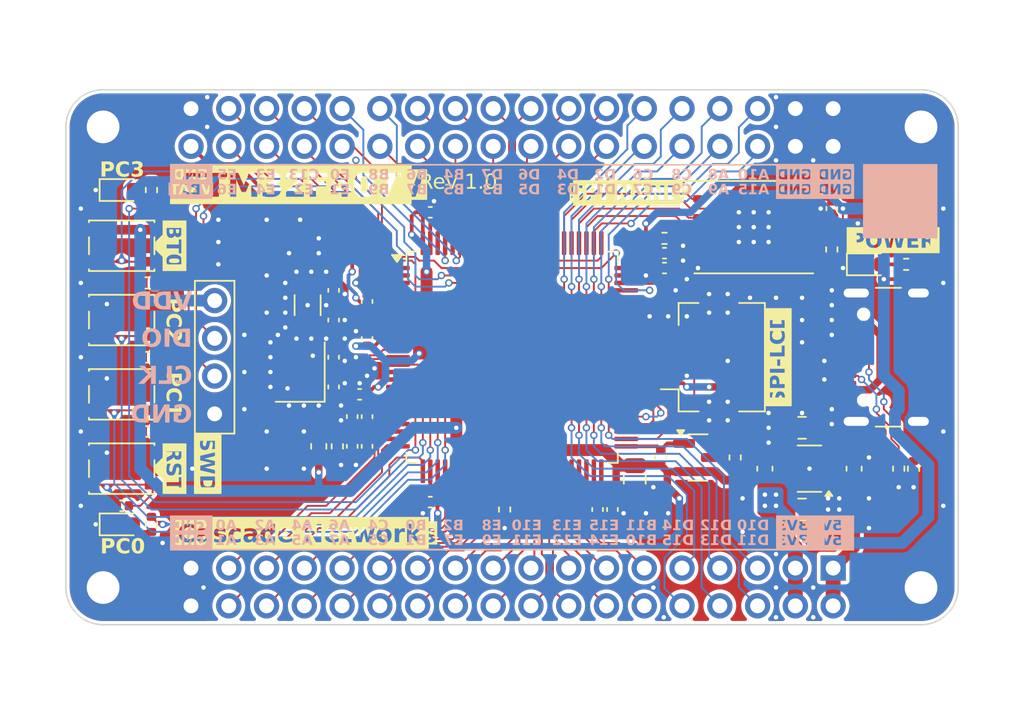
<source format=kicad_pcb>
(kicad_pcb (version 20240108) (generator "pcbnew") (generator_version "8.0")
  (layers (0 "F.Cu" signal) (31 "B.Cu" signal) (34 "B.Paste" user) (35 "F.Paste" user) (36 "B.SilkS" user "B.Silkscreen") (37 "F.SilkS" user "F.Silkscreen") (38 "B.Mask" user) (39 "F.Mask" user) (44 "Edge.Cuts" user))
  (net 0 "")
  (net 1 "GND")
  (net 2 "+3.3V")
  (net 3 "VDDA")
  (net 4 "Net-(U1-VCAP_2)")
  (net 5 "Net-(U1-VCAP_1)")
  (net 6 "NRST")
  (net 7 "BOOT0")
  (net 8 "/OSC+")
  (net 9 "/OSC-")
  (net 10 "/OSC32+")
  (net 11 "/OSC32-")
  (net 12 "VREF+")
  (net 13 "VBAT")
  (net 14 "SWDIO")
  (net 15 "SWCLK")
  (net 16 "USB_FS_D+")
  (net 17 "USB_FS_D-")
  (net 18 "Net-(U2-~{HOLD}(IO3))")
  (net 19 "Net-(U2-~{WP}(IO2))")
  (net 20 "SPI3_SCK")
  (net 21 "SPI3_MOSI")
  (net 22 "SPI2_MOSI")
  (net 23 "SPI3_MISO")
  (net 24 "VBUS")
  (net 25 "Net-(J1-CC2)")
  (net 26 "Net-(J1-CC1)")
  (net 30 "SPI2_SCK")
  (net 31 "LCD_RESET")
  (net 32 "LCD_RS")
  (net 33 "LCD_CS")
  (net 34 "FLASH_CS")
  (net 35 "LEDA")
  (net 36 "LCD_BL")
  (net 37 "Net-(Q1-D)")
  (net 38 "PC1")
  (net 39 "PC2")
  (net 40 "PC0")
  (net 41 "PC3")
  (net 42 "Net-(D1-A)")
  (net 43 "Net-(D2-A)")
  (net 44 "/PB2")
  (net 45 "/PD4")
  (net 46 "/PD1")
  (net 47 "/PE8")
  (net 48 "/PE13")
  (net 49 "/PD12")
  (net 50 "/PE7")
  (net 51 "/PA5")
  (net 52 "/PC4")
  (net 53 "/PB4")
  (net 54 "/PD14")
  (net 55 "/PB10")
  (net 56 "/PE2")
  (net 57 "/PD5")
  (net 58 "/PE12")
  (net 59 "/PC6")
  (net 60 "/PA15")
  (net 61 "/PB7")
  (net 62 "/PE4")
  (net 63 "/PE3")
  (net 64 "/PE15")
  (net 65 "/PE5")
  (net 66 "/PB11")
  (net 67 "/PA3")
  (net 68 "/PE6")
  (net 69 "/PA8")
  (net 70 "/PB5")
  (net 71 "/PE1")
  (net 72 "/PD3")
  (net 73 "/PC7")
  (net 74 "/PA1")
  (net 75 "/PE10")
  (net 76 "/PA10")
  (net 77 "/PD7")
  (net 78 "/PD13")
  (net 79 "/PB6")
  (net 80 "/PA6")
  (net 81 "/PC8")
  (net 82 "/PA4")
  (net 83 "/PB0")
  (net 84 "/PE9")
  (net 85 "/PD15")
  (net 86 "/PC9")
  (net 87 "/PE11")
  (net 88 "/PB1")
  (net 89 "/PC13")
  (net 90 "/PE14")
  (net 91 "/PD11")
  (net 92 "/PB8")
  (net 93 "/PA9")
  (net 94 "/PD6")
  (net 95 "/PD2")
  (net 96 "/PB3")
  (net 97 "/PA7")
  (net 98 "/PD10")
  (net 99 "/PA0")
  (net 100 "/PE0")
  (net 101 "/PA2")
  (net 102 "/PB9")
  (net 103 "/PC5")
  (net 104 "Net-(D3-A)")
  (footprint "Resistor_SMD:R_0402_1005Metric" (layer "F.Cu") (at 138.25 106 -90)
    (property "Reference" "R3" (hide yes))
    (property "Value" "47R")
  )
  (footprint "Capacitor_SMD:C_0402_1005Metric" (layer "F.Cu") (at 140.25 96.25 90)
    (property "Reference" "C18" (hide yes))
    (property "Value" "0.1uF")
  )
  (footprint "Button_Switch_SMD:SW_SPST_PTS810" (layer "F.Cu") (at 123.75 107.5)
    (property "Reference" "SW1" (hide yes))
    (property "Value" "SW_Push")
  )
  (footprint "Package_TO_SOT_SMD:SOT-23-5" (layer "F.Cu") (at 170 107.5 180)
    (property "Reference" "U3" (hide yes))
    (property "Value" "ME6211C33M5")
  )
  (footprint "Capacitor_SMD:C_0402_1005Metric" (layer "F.Cu") (at 155.75 110.25 -90)
    (property "Reference" "C14" (hide yes))
    (property "Value" "2.2uF")
  )
  (footprint "Package_QFP:LQFP-100_14x14mm_P0.5mm" (layer "F.Cu") (at 150 100)
    (property "Reference" "U1" (hide yes))
    (property "Value" "STM32F407VGTx")
  )
  (footprint "Resistor_SMD:R_0402_1005Metric" (layer "F.Cu") (at 125.75 111.25 -90)
    (property "Reference" "R10" (hide yes))
    (property "Value" "4.7K")
  )
  (footprint "Crystal:Crystal_SMD_3215-2Pin_3.2x1.5mm" (layer "F.Cu") (at 136.25 96.500001 -90)
    (property "Reference" "Y2" (hide yes))
    (property "Value" "32.768kHz")
  )
  (footprint "Connector_PinHeader_2.54mm:PinHeader_2x18_P2.54mm_Vertical" (layer "F.Cu") (at 171.59 114.19 -90)
    (property "Reference" "J4" (hide yes))
    (property "Value" "Conn_02x19_Odd_Even")
  )
  (footprint "Resistor_SMD:R_0402_1005Metric" (layer "F.Cu") (at 160 106.75 90)
    (property "Reference" "R8" (hide yes))
    (property "Value" "100K")
  )
  (footprint "Resistor_SMD:R_0402_1005Metric" (layer "F.Cu") (at 125.5 95 180)
    (property "Reference" "R1" (hide yes))
    (property "Value" "10K")
  )
  (footprint "Capacitor_SMD:C_0402_1005Metric" (layer "F.Cu") (at 140.25 98.75 90)
    (property "Reference" "C3" (hide yes))
    (property "Value" "0.1uF")
  )
  (footprint "Capacitor_SMD:C_0402_1005Metric" (layer "F.Cu") (at 125.5 100 180)
    (property "Reference" "C25" (hide yes))
    (property "Value" "0.1uF")
  )
  (footprint "Capacitor_SMD:C_0402_1005Metric" (layer "F.Cu") (at 138 100 -90)
    (property "Reference" "C1" (hide yes))
    (property "Value" "8pF")
  )
  (footprint "Capacitor_SMD:C_0805_2012Metric" (layer "F.Cu") (at 158.25 108.25 -90)
    (property "Reference" "C26" (hide yes))
    (property "Value" "22uF")
  )
  (footprint "Button_Switch_SMD:SW_SPST_PTS810" (layer "F.Cu") (at 123.75 92.5 180)
    (property "Reference" "SW2" (hide yes))
    (property "Value" "SW_Push")
  )
  (footprint "Connector_FFC-FPC:Hirose_FH12-8S-0.5SH_1x08-1MP_P0.50mm_Horizontal" (layer "F.Cu") (at 162.5 100 90)
    (property "Reference" "J2" (hide yes))
    (property "Value" "Conn_01x08_MountingPin")
  )
  (footprint "Resistor_SMD:R_0402_1005Metric" (layer "F.Cu") (at 176.5 93.75 180)
    (property "Reference" "R12" (hide yes))
    (property "Value" "4.7K")
  )
  (footprint "Capacitor_SMD:C_0402_1005Metric" (layer "F.Cu") (at 160.25 93)
    (property "Reference" "C8" (hide yes))
    (property "Value" "0.1uF")
  )
  (footprint "Capacitor_SMD:C_0402_1005Metric" (layer "F.Cu") (at 138 95.5 90)
    (property "Reference" "C11" (hide yes))
    (property "Value" "8pF")
  )
  (footprint "Capacitor_SMD:C_0805_2012Metric" (layer "F.Cu") (at 169.5 110.25)
    (property "Reference" "C23" (hide yes))
    (property "Value" "22uF")
  )
  (footprint "Resistor_SMD:R_0402_1005Metric" (layer "F.Cu") (at 165 106.75 -90)
    (property "Reference" "R9" (hide yes))
    (property "Value" "4.7R")
  )
  (footprint "Capacitor_SMD:C_0402_1005Metric" (layer "F.Cu") (at 139.25 104 90)
    (property "Reference" "C15" (hide yes))
    (property "Value" "1uF")
  )
  (footprint "Resistor_SMD:R_0402_1005Metric" (layer "F.Cu") (at 171.5 92.75 -90)
    (property "Reference" "R4" (hide yes))
    (property "Value" "10K")
  )
  (footprint "Resistor_SMD:R_0402_1005Metric" (layer "F.Cu") (at 177 107.5 -90)
    (property "Reference" "R7" (hide yes))
    (property "Value" "5.1K")
  )
  (footprint "Capacitor_SMD:C_0402_1005Metric" (layer "F.Cu") (at 138 102 90)
    (property "Reference" "C2" (hide yes))
    (property "Value" "8pF")
  )
  (footprint "MountingHole:MountingHole_2.2mm_M2_ISO7380_Pad" (layer "F.Cu") (at 122.5 115.5)
    (property "Reference" "H2" (hide yes))
    (property "Value" "MountingHole_Pad")
  )
  (footprint "LED_SMD:LED_0603_1608Metric" (layer "F.Cu") (at 174 93.75)
    (property "Reference" "D3" (hide yes))
    (property "Value" "LED")
  )
  (footprint "MountingHole:MountingHole_2.2mm_M2_ISO7380_Pad" (layer "F.Cu") (at 122.5 84.5)
    (property "Reference" "H1" (hide yes))
    (property "Value" "MountingHole_Pad")
  )
  (footprint "Crystal:Crystal_SMD_3225-4Pin_3.2x2.5mm" (layer "F.Cu") (at 135.75 101 90)
    (property "Reference" "Y1" (hide yes))
    (property "Value" "24MHz")
  )
  (footprint "LED_SMD:LED_0603_1608Metric" (layer "F.Cu") (at 123.75 111.25)
    (property "Reference" "D1" (hide yes))
    (property "Value" "LED")
  )
  (footprint "Connector_PinHeader_2.54mm:PinHeader_2x18_P2.54mm_Vertical" (layer "F.Cu") (at 171.59 83.27 -90)
    (property "Reference" "J3" (hide yes))
    (property "Value" "Conn_02x19_Odd_Even")
  )
  (footprint "Package_SON:WSON-8-1EP_8x6mm_P1.27mm_EP3.4x4.3mm" (layer "F.Cu") (at 166.25 91.25)
    (property "Reference" "U2" (hide yes))
    (property "Value" "W25N01GVZE")
  )
  (footprint "Button_Switch_SMD:SW_SPST_PTS810" (layer "F.Cu") (at 123.75 102.5)
    (property "Reference" "SW3" (hide yes))
    (property "Value" "SW_Push")
  )
  (footprint "Capacitor_SMD:C_0402_1005Metric" (layer "F.Cu") (at 156.75 110.25 -90)
    (property "Reference" "C7" (hide yes))
    (property "Value" "0.1uF")
  )
  (footprint "Capacitor_SMD:C_0603_1608Metric" (layer "F.Cu") (at 167 107.5 90)
    (property "Reference" "C22" (hide yes))
    (property "Value" "1uF")
  )
  (footprint "Capacitor_SMD:C_0402_1005Metric" (layer "F.Cu") (at 144.5 90.25)
    (property "Reference" "C5" (hide yes))
    (property "Value" "0.1uF")
  )
  (footprint "Capacitor_SMD:C_0402_1005Metric" (layer "F.Cu") (at 139.75 102.5 180)
    (property "Reference" "C4" (hide yes))
    (property "Value" "0.1uF")
  )
  (footprint "Capacitor_SMD:C_0402_1005Metric" (layer "F.Cu") (at 140.25 104 90)
    (property "Reference" "C17" (hide yes))
    (property "Value" "0.1uF")
  )
  (footprint "Resistor_SMD:R_0402_1005Metric" (layer "F.Cu") (at 160.25 92 180)
    (property "Reference" "R5" (hide yes))
    (property "Value" "10K")
  )
  (footprint "Capacitor_SMD:C_0402_1005Metric" (layer "F.Cu") (at 123.75 110 180)
    (property "Reference" "C16" (hide yes))
    (property "Value" "0.1uF")
  )
  (footprint "Capacitor_SMD:C_0805_2012Metric" (layer "F.Cu") (at 169.5 104.75 180)
    (property "Reference" "C20" (hide yes))
    (property "Value" "10uF")
  )
  (footprint "Button_Switch_SMD:SW_SPST_PTS810" (layer "F.Cu") (at 123.75 97.5)
    (property "Reference" "SW4" (hide yes))
    (property "Value" "SW_Push")
  )
  (footprint "Resistor_SMD:R_0402_1005Metric" (layer "F.Cu") (at 149.5 110.25 -90)
    (property "Reference" "R2" (hide yes))
    (property "Value" "10K")
  )
  (footprint "Capacitor_SMD:C_0402_1005Metric" (layer "F.Cu") (at 160.25 94)
    (property "Reference" "C13" (hide yes))
    (property "Value" "2.2uF")
  )
  (footprint "Inductor_SMD:L_0603_1608Metric" (layer "F.Cu") (at 137 106 -90)
    (property "Reference" "FB1" (hide yes))
    (property "Value" "600R@100MHz")
  )
  (footprint "Capacitor_SMD:C_0402_1005Metric" (layer "F.Cu") (at 138 97.5 -90)
    (property "Reference" "C12" (hide yes))
    (property "Value" "8pF")
  )
  (footprint "Capacitor_SMD:C_0402_1005Metric" (layer "F.Cu") (at 171.5 90 -90)
    (property "Reference" "C19" (hide yes))
    (property "Value" "0.1uF")
  )
  (footprint "Capacitor_SMD:C_0603_1608Metric" (layer "F.Cu") (at 173 107.5 90)
    (property "Reference" "C21" (hide yes))
    (property "Value" "1uF")
  )
  (footprint "Connector_PinHeader_2.54mm:PinHeader_1x04_P2.54mm_Vertical" (layer "F.Cu") (at 130 103.81 180)
    (property "Reference" "J5" (hide yes))
    (property "Value" "Conn_01x04")
  )
  (footprint "Capacitor_SMD:C_0402_1005Metric" (layer "F.Cu") (at 125.5 105 180)
    (property "Reference" "C24" (hide yes))
    (property "Value" "0.1uF")
  )
  (footprint "Capacitor_SMD:C_0402_1005Metric" (layer "F.Cu") (at 140.25 106 -90)
    (property "Reference" "C9" (hide yes))
    (property "Value" "0.1uF")
  )
  (footprint "LED_SMD:LED_0603_1608Metric" (layer "F.Cu") (at 123.75 88.75)
    (property "Reference" "D2" (hide yes))
    (property "Value" "LED")
  )
  (footprint "Resistor_SMD:R_0402_1005Metric" (layer "F.Cu") (at 125.75 88.75 -90)
    (property "Reference" "R11" (hide yes))
    (property "Value" "4.7K")
  )
  (footprint "Capacitor_SMD:C_0402_1005Metric" (layer "F.Cu") (at 139.25 106 -90)
    (property "Reference" "C10" (hide yes))
    (property "Value" "1uF")
  )
  (footprint "Connector_USB:USB_C_Receptacle_GCT_USB4105-xx-A_16P_TopMnt_Horizontal" (layer "F.Cu") (at 176.25 100 90)
    (property "Reference" "J1" (hide yes))
    (property "Value" "USB_C_Receptacle_USB2.0_16P")
  )
  (footprint "MountingHole:MountingHole_2.2mm_M2_ISO7380_Pad" (layer "F.Cu") (at 177.5 84.5)
    (property "Reference" "H3" (hide yes))
    (property "Value" "MountingHole_Pad")
  )
  (footprint "MountingHole:MountingHole_2.2mm_M2_ISO7380_Pad" (layer "F.Cu") (at 177.5 115.5)
    (property "Reference" "H4" (hide yes))
    (property "Value" "MountingHole_Pad")
  )
  (footprint "Capacitor_SMD:C_0402_1005Metric" (layer "F.Cu") (at 144.5 109.75 180)
    (property "Reference" "C6" (hide yes))
    (property "Value" "0.1uF")
  )
  (footprint "Resistor_SMD:R_0402_1005Metric" (layer "F.Cu") (at 176 107.5 -90)
    (property "Reference" "R6" (hide yes))
    (property "Value" "5.1K")
  )
  (footprint "Package_TO_SOT_SMD:SOT-23" (layer "F.Cu") (at 162.5 106.75)
    (property "Reference" "Q1" (hide yes))
    (property "Value" "AO3401A")
  )
  (gr_rect (start 173.6 87) (end 178.6 92) (fill solid) (layer "B.SilkS"))
  (gr_line (start 127.05 87.05) (end 172.95 87.05) (stroke (width 0.1)) (layer "B.SilkS"))
  (gr_line (start 127.05 112.95) (end 172.95 112.95) (stroke (width 0.1)) (layer "B.SilkS"))
  (gr_line (start 127.05 112.95) (end 172.95 112.95) (stroke (width 0.1)) (layer "F.SilkS"))
  (gr_line (start 127.05 87.05) (end 172.95 87.05) (stroke (width 0.1)) (layer "F.SilkS"))
  (gr_line (start 154.15 88.14) (end 162.26 88.14) (stroke (width 0.12)) (layer "F.SilkS"))
  (gr_arc (start 122.5 118) (mid 120.732233 117.267767) (end 120 115.5) (stroke (width 0.1)) (layer "Edge.Cuts"))
  (gr_line (start 177.5 118) (end 122.5 118) (stroke (width 0.1)) (layer "Edge.Cuts"))
  (gr_arc (start 177.5 82) (mid 179.267767 82.732233) (end 180 84.5) (stroke (width 0.1)) (layer "Edge.Cuts"))
  (gr_line (start 180 84.5) (end 180 115.5) (stroke (width 0.1)) (layer "Edge.Cuts"))
  (gr_arc (start 120 84.5) (mid 120.732233 82.732233) (end 122.5 82) (stroke (width 0.1)) (layer "Edge.Cuts"))
  (gr_line (start 120 115.5) (end 120 84.5) (stroke (width 0.1)) (layer "Edge.Cuts"))
  (gr_arc (start 180 115.5) (mid 179.267767 117.267767) (end 177.5 118) (stroke (width 0.1)) (layer "Edge.Cuts"))
  (gr_line (start 122.5 82) (end 177.5 82) (stroke (width 0.1)) (layer "Edge.Cuts"))
  (gr_text "E10" (at 152 111.35 0) (layer "B.SilkS") (effects (font (size 0.7 0.7) (thickness 0.12) (bold yes)) (justify left mirror)))
  (gr_text "A10" (at 167.3 87.75 0) (layer "B.SilkS") (effects (font (size 0.7 0.7) (thickness 0.12) (bold yes)) (justify left mirror)))
  (gr_text "A7" (at 139.1 112.35 0) (layer "B.SilkS") (effects (font (size 0.7 0.7) (thickness 0.12) (bold yes)) (justify left mirror)))
  (gr_text "B1" (at 144.25 112.35 0) (layer "B.SilkS") (effects (font (size 0.7 0.7) (thickness 0.12) (bold yes)) (justify left mirror)))
  (gr_text "3V3" (at 169.9 111.35 0) (layer "B.SilkS" knockout) (effects (font (size 0.7 0.7) (thickness 0.12) (bold yes)) (justify left mirror)))
  (gr_text "E8" (at 149.3 111.35 0) (layer "B.SilkS") (effects (font (size 0.7 0.7) (thickness 0.12) (bold yes)) (justify left mirror)))
  (gr_text "GND" (at 128.4 87.75 0) (layer "B.SilkS" knockout) (effects (font (size 0.7 0.7) (thickness 0.12) (bold yes)) (justify mirror)))
  (gr_text "B6" (at 144.3 87.75 0) (layer "B.SilkS") (effects (font (size 0.7 0.7) (thickness 0.12) (bold yes)) (justify left mirror)))
  (gr_text "CLK" (at 128.5 101.3 0) (layer "B.SilkS") (effects (font (size 1.2 1.2) (thickness 0.24) (bold yes)) (justify left mirror)))
  (gr_text "VDD" (at 128.5 96.3 0) (layer "B.SilkS") (effects (font (size 1.2 1.2) (thickness 0.24) (bold yes)) (justify left mirror)))
  (gr_text "DIO" (at 128.5 98.8 0) (layer "B.SilkS") (effects (font (size 1.2 1.2) (thickness 0.24) (bold yes)) (justify left mirror)))
  (gr_text "C9" (at 162.1 88.75 0) (layer "B.SilkS") (effects (font (size 0.7 0.7) (thickness 0.12) (bold yes)) (justify left mirror)))
  (gr_text "D10" (at 167.3 111.35 0) (layer "B.SilkS") (effects (font (size 0.7 0.7) (thickness 0.12) (bold yes)) (justify left mirror)))
  (gr_text "A1" (at 131.5 112.35 0) (layer "B.SilkS") (effects (font (size 0.7 0.7) (thickness 0.12) (bold yes)) (justify left mirror)))
  (gr_text "C8" (at 162.1 87.75 0) (layer "B.SilkS") (effects (font (size 0.7 0.7) (thickness 0.12) (bold yes)) (justify left mirror)))
  (gr_text "B5" (at 146.8 88.75 0) (layer "B.SilkS") (effects (font (size 0.7 0.7) (thickness 0.12) (bold yes)) (justify left mirror)))
  (gr_text "B8" (at 141.75 87.75 0) (layer "B.SilkS") (effects (font (size 0.7 0.7) (thickness 0.12) (bold yes)) (justify left mirror)))
  (gr_text "B0" (at 144.25 111.35 0) (layer "B.SilkS") (effects (font (size 0.7 0.7) (thickness 0.12) (bold yes)) (justify left mirror)))
  (gr_text "C4" (at 141.7 111.35 0) (layer "B.SilkS") (effects (font (size 0.7 0.7) (thickness 0.12) (bold yes)) (justify left mirror)))
  (gr_text "A9" (at 164.6 88.75 0) (layer "B.SilkS") (effects (font (size 0.7 0.7) (thickness 0.12) (bold yes)) (justify left mirror)))
  (gr_text "D3" (at 154.5 88.75 0) (layer "B.SilkS") (effects (font (size 0.7 0.7) (thickness 0.12) (bold yes)) (justify left mirror)))
  (gr_text "B2" (at 146.75 111.35 0) (layer "B.SilkS") (effects (font (size 0.7 0.7) (thickness 0.12) (bold yes)) (justify left mirror)))
  (gr_text "E4" (at 134.1 88.75 0) (layer "B.SilkS") (effects (font (size 0.7 0.7) (thickness 0.12) (bold yes)) (justify left mirror)))
  (gr_text "A0" (at 131.5 111.35 0) (layer "B.SilkS") (effects (font (size 0.7 0.7) (thickness 0.12) (bold yes)) (justify left mirror)))
  (gr_text "C13" (at 136 87.75 0) (layer "B.SilkS") (effects (font (size 0.7 0.7) (thickness 0.12) (bold yes)) (justify mirror)))
  (gr_text "D13" (at 164.8 112.35 0) (layer "B.SilkS") (effects (font (size 0.7 0.7) (thickness 0.12) (bold yes)) (justify left mirror)))
  (gr_text "E5" (at 131.5 87.75 0) (layer "B.SilkS") (effects (font (size 0.7 0.7) (thickness 0.12) (bold yes)) (justify left mirror)))
  (gr_text "B11" (at 159.75 111.35 0) (layer "B.SilkS") (effects (font (size 0.7 0.7) (thickness 0.12) (bold yes)) (justify left mirror)))
  (gr_text "GND" (at 169 87.75 0) (layer "B.SilkS" knockout) (effects (font (size 0.7 0.7) (thickness 0.12) (bold yes)) (justify mirror)))
  (gr_text "E13" (at 154.7 111.35 0) (layer "B.SilkS") (effects (font (size 0.7 0.7) (thickness 0.12) (bold yes)) (justify left mirror)))
  (gr_text "D12" (at 164.8 111.35 0) (layer "B.SilkS") (effects (font (size 0.7 0.7) (thickness 0.12) (bold yes)) (justify left mirror)))
  (gr_text "5V" (at 172.2 111.35 0) (layer "B.SilkS" knockout) (effects (font (size 0.7 0.7) (thickness 0.12) (bold yes)) (justify left mirror)))
  (gr_text "C5" (at 141.7 112.35 0) (layer "B.SilkS") (effects (font (size 0.7 0.7) (thickness 0.12) (bold yes)) (justify left mirror)))
  (gr_text "B9" (at 141.75 88.75 0) (layer "B.SilkS") (effects (font (size 0.7 0.7) (thickness 0.12) (bold yes)) (justify left mirror)))
  (gr_text "E7" (at 146.75 112.35 0) (layer "B.SilkS") (effects (font (size 0.7 0.7) (thickness 0.12) (bold yes)) (justify left mirror)))
  (gr_text "A15" (at 167.3 88.75 0) (layer "B.SilkS") (effects (font (size 0.7 0.7) (thickness 0.12) (bold yes)) (justify left mirror)))
  (gr_text "VBAT" (at 128.4 88.75 0) (layer "B.SilkS" knockout) (effects (font (size 0.7 0.7) (thickness 0.12) (bold yes)) (justify mirror)))
  (gr_text "A2" (at 134.1 111.35 0) (layer "B.SilkS") (effects (font (size 0.7 0.7) (thickness 0.12) (bold yes)) (justify left mirror)))
  (gr_text "A6" (at 139.1 111.35 0) (layer "B.SilkS") (effects (font (size 0.7 0.7) (thickness 0.12) (bold yes)) (justify left mirror)))
  (gr_text "GND" (at 171.75 87.75 0) (layer "B.SilkS" knockout) (effects (font (size 0.7 0.7) (thickness 0.12) (bold yes)) (justify mirror)))
  (gr_text "D2" (at 157 87.75 0) (layer "B.SilkS") (effects (font (size 0.7 0.7) (thickness 0.12) (bold yes)) (justify left mirror)))
  (gr_text "E15" (at 157.2 111.35 0) (layer "B.SilkS") (effects (font (size 0.7 0.7) (thickness 0.12) (bold yes)) (justify left mirror)))
  (gr_text "C6" (at 159.5 87.75 0) (layer "B.SilkS") (effects (font (size 0.7 0.7) (thickness 0.12) (bold yes)) (justify left mirror)))
  (gr_text "GND" (at 129.5 112.35 0) (layer "B.SilkS" knockout) (effects (font (size 0.7 0.7) (thickness 0.12) (bold yes)) (justify left mirror)))
  (gr_text "A8" (at 164.6 87.75 0) (layer "B.SilkS") (effects (font (size 0.7 0.7) (thickness 0.12) (bold yes)) (justify left mirror)))
  (gr_text "GND" (at 128.5 103.9 0) (layer "B.SilkS") (effects (font (size 1.2 1.2) (thickness 0.24) (bold yes)) (justify left mirror)))
  (gr_text "E14" (at 157.2 112.35 0) (layer "B.SilkS") (effects (font (size 0.7 0.7) (thickness 0.12) (bold yes)) (justify left mirror)))
  (gr_text "E11" (at 152 112.35 0) (layer "B.SilkS") (effects (font (size 0.7 0.7) (thickness 0.12) (bold yes)) (justify left mirror)))
  (gr_text "B3" (at 149.4 88.75 0) (layer "B.SilkS") (effects (font (size 0.7 0.7) (thickness 0.12) (bold yes)) (justify left mirror)))
  (gr_text "E9" (at 149.3 112.35 0) (layer "B.SilkS") (effects (font (size 0.7 0.7) (thickness 0.12) (bold yes)) (justify left mirror)))
  (gr_text "D4" (at 154.5 87.75 0) (layer "B.SilkS") (effects (font (size 0.7 0.7) (thickness 0.12) (bold yes)) (justify left mirror)))
  (gr_text "E3" (at 134.1 87.75 0) (layer "B.SilkS") (effects (font (size 0.7 0.7) (thickness 0.12) (bold yes)) (justify left mirror)))
  (gr_text "D5" (at 151.9 88.75 0) (layer "B.SilkS") (effects (font (size 0.7 0.7) (thickness 0.12) (bold yes)) (justify left mirror)))
  (gr_text "D15" (at 162.25 112.35 0) (layer "B.SilkS") (effects (font (size 0.7 0.7) (thickness 0.12) (bold yes)) (justify left mirror)))
  (gr_text "E6" (at 131.5 88.75 0) (layer "B.SilkS") (effects (font (size 0.7 0.7) (thickness 0.12) (bold yes)) (justify left mirror)))
  (gr_text "E1" (at 139.1 88.75 0) (layer "B.SilkS") (effects (font (size 0.7 0.7) (thickness 0.12) (bold yes)) (justify left mirror)))
  (gr_text "A5" (at 136.6 112.35 0) (layer "B.SilkS") (effects (font (size 0.7 0.7) (thickness 0.12) (bold yes)) (justify left mirror)))
  (gr_text "D7" (at 149.4 87.75 0) (layer "B.SilkS") (effects (font (size 0.7 0.7) (thickness 0.12) (bold yes)) (justify left mirror)))
  (gr_text "GND" (at 169 88.75 0) (layer "B.SilkS" knockout) (effects (font (size 0.7 0.7) (thickness 0.12) (bold yes)) (justify mirror)))
  (gr_text "C7" (at 159.5 88.75 0) (layer "B.SilkS") (effects (font (size 0.7 0.7) (thickness 0.12) (bold yes)) (justify left mirror)))
  (gr_text "A3" (at 134.1 112.35 0) (layer "B.SilkS") (effects (font (size 0.7 0.7) (thickness 0.12) (bold yes)) (justify left mirror)))
  (gr_text "B7" (at 144.3 88.75 0) (layer "B.SilkS") (effects (font (size 0.7 0.7) (thickness 0.12) (bold yes)) (justify left mirror)))
  (gr_text "5V" (at 172.2 112.35 0) (layer "B.SilkS" knockout) (effects (font (size 0.7 0.7) (thickness 0.12) (bold yes)) (justify left mirror)))
  (gr_text "B4" (at 146.8 87.75 0) (layer "B.SilkS") (effects (font (size 0.7 0.7) (thickness 0.12) (bold yes)) (justify left mirror)))
  (gr_text "GND" (at 129.5 111.35 0) (layer "B.SilkS" knockout) (effects (font (size 0.7 0.7) (thickness 0.12) (bold yes)) (justify left mirror)))
  (gr_text "3V3" (at 169.9 112.35 0) (layer "B.SilkS" knockout) (effects (font (size 0.7 0.7) (thickness 0.12) (bold yes)) (justify left mirror)))
  (gr_text "A4" (at 136.6 111.35 0) (layer "B.SilkS") (effects (font (size 0.7 0.7) (thickness 0.12) (bold yes)) (justify left mirror)))
  (gr_text "GND" (at 171.75 88.75 0) (layer "B.SilkS" knockout) (effects (font (size 0.7 0.7) (thickness 0.12) (bold yes)) (justify mirror)))
  (gr_text "D11" (at 167.3 112.35 0) (layer "B.SilkS") (effects (font (size 0.7 0.7) (thickness 0.12) (bold yes)) (justify left mirror)))
  (gr_text "D6" (at 151.9 87.75 0) (layer "B.SilkS") (effects (font (size 0.7 0.7) (thickness 0.12) (bold yes)) (justify left mirror)))
  (gr_text "D1" (at 157 88.75 0) (layer "B.SilkS") (effects (font (size 0.7 0.7) (thickness 0.12) (bold yes)) (justify left mirror)))
  (gr_text "E2" (at 136 88.75 0) (layer "B.SilkS") (effects (font (size 0.7 0.7) (thickness 0.12) (bold yes)) (justify mirror)))
  (gr_text "D14" (at 162.25 111.35 0) (layer "B.SilkS") (effects (font (size 0.7 0.7) (thickness 0.12) (bold yes)) (justify left mirror)))
  (gr_text "E12" (at 154.7 112.35 0) (layer "B.SilkS") (effects (font (size 0.7 0.7) (thickness 0.12) (bold yes)) (justify left mirror)))
  (gr_text "B10" (at 159.75 112.35 0) (layer "B.SilkS") (effects (font (size 0.7 0.7) (thickness 0.12) (bold yes)) (justify left mirror)))
  (gr_text "E0" (at 139.1 87.75 0) (layer "B.SilkS") (effects (font (size 0.7 0.7) (thickness 0.12) (bold yes)) (justify left mirror)))
  (gr_text "PC1" (at 126.6 102.5 270) (layer "F.SilkS") (effects (font (size 1 1) (thickness 0.2) (bold yes)) (justify bottom)))
  (gr_text "PC0" (at 122.3 112.2 0) (layer "F.SilkS") (effects (font (size 1 1) (thickness 0.2) (bold yes)) (justify left top)))
  (gr_text "BT0" (at 126.6 92.5 270) (layer "F.SilkS" knockout) (effects (font (size 1 1) (thickness 0.2) (bold yes)) (justify bottom)))
  (gr_text "SPI NAND" (at 157.7 89.6 0) (layer "F.SilkS" knockout) (effects (font (size 1 1) (thickness 0.2) (bold yes)) (justify bottom)))
  (gr_text "STM32F407V" (at 127.7 87.6 0) (layer "F.SilkS" knockout) (effects (font (size 1.6 1.6) (thickness 0.2) (bold yes)) (justify left top)))
  (gr_text "PC2" (at 126.6 97.5 270) (layer "F.SilkS") (effects (font (size 1 1) (thickness 0.2) (bold yes)) (justify bottom)))
  (gr_text "SPI-LCD" (at 168.5 100.1 90) (layer "F.SilkS" knockout) (effects (font (size 1 1) (thickness 0.2) (bold yes)) (justify bottom)))
  (gr_text "PC3" (at 122.265 88.015 0) (layer "F.SilkS") (effects (font (size 1 1) (thickness 0.2) (bold yes)) (justify left bottom)))
  (gr_text "POWER" (at 175.6 92.8 0) (layer "F.SilkS" knockout) (effects (font (size 1 1) (thickness 0.2) (bold yes)) (justify bottom)))
  (gr_text "Cascade Networks" (at 127.5 111.25 0) (layer "F.SilkS" knockout) (effects (font (size 1.2 1.2) (thickness 0.2) (bold yes) (italic yes)) (justify left top)))
  (gr_text "SWD" (at 128.86 107.2 -90) (layer "F.SilkS" knockout) (effects (font (size 1 1) (thickness 0.2) (bold yes)) (justify bottom)))
  (gr_text "Rev 1.0" (at 143.75 88.25 0) (layer "F.SilkS") (effects (font (size 1 1) (thickness 0.125) (italic yes)) (justify left)))
  (gr_text "RST" (at 126.6 107.5 270) (layer "F.SilkS" knockout) (effects (font (size 1 1) (thickness 0.2) (bold yes)) (justify bottom)))
  (segment (start 171.5 90.48) (end 171.23 90.48) (width 0.25) (layer "F.Cu") (net 1))
  (segment (start 161 94) (end 161.5 93.5) (width 0.25) (layer "F.Cu") (net 1))
  (segment (start 157.675 94.5) (end 159 94.5) (width 0.25) (layer "F.Cu") (net 1))
  (segment (start 177 108.009999) (end 177 108.75) (width 0.25) (layer "F.Cu") (net 1))
  (segment (start 144.02 109.75) (end 144.02 110.48) (width 0.25) (layer "F.Cu") (net 1))
  (segment (start 141 98.5) (end 142.325 98.5) (width 0.25) (layer "F.Cu") (net 1))
  (segment (start 172.57 96.8) (end 171.8 96.8) (width 0.5) (layer "F.Cu") (net 1))
  (segment (start 144.5 109.27) (end 144.02 109.75) (width 0.25) (layer "F.Cu") (net 1))
  (segment (start 160.73 94) (end 161 94) (width 0.25) (layer "F.Cu") (net 1))
  (segment (start 173.975 106.725) (end 174 106.75) (width 0.5) (layer "F.Cu") (net 1))
  (segment (start 121.675 106.425) (end 122.75 106.425) (width 0.65) (layer "F.Cu") (net 1))
  (segment (start 122.9625 88.75) (end 122 88.75) (width 0.25) (layer "F.Cu") (net 1))
  (segment (start 139.25 102.5) (end 138.5 103.25) (width 0.25) (layer "F.Cu") (net 1))
  (segment (start 140.25 95.75) (end 139.5 95) (width 0.25) (layer "F.Cu") (net 1))
  (segment (start 160.65 101.25) (end 161.75 101.25) (width 0.25) (layer "F.Cu") (net 1))
  (segment (start 172.5 93.75) (end 172.25 94) (width 0.25) (layer "F.Cu") (net 1))
  (segment (start 140.77 98.27) (end 141 98.5) (width 0.25) (layer "F.Cu") (net 1))
  (segment (start 122.75 96.425) (end 125.825 96.425) (width 0.65) (layer "F.Cu") (net 1))
  (segment (start 171.8 96.8) (end 171.5 96.5) (width 0.5) (layer "F.Cu") (net 1))
  (segment (start 140.25 106.48) (end 140.25 106.5) (width 0.25) (layer "F.Cu") (net 1))
  (segment (start 140.25 106.5) (end 139.5 107.25) (width 0.25) (layer "F.Cu") (net 1))
  (segment (start 170 107.5) (end 167.775 107.5) (width 0.5) (layer "F.Cu") (net 1))
  (segment (start 171.8 103.2) (end 171.5 103.5) (width 0.5) (layer "F.Cu") (net 1))
  (segment (start 139.23 103.52) (end 138.5 104.25) (width 0.25) (layer "F.Cu") (net 1))
  (segment (start 144.98 90.25) (end 144.5 90.73) (width 0.25) (layer "F.Cu") (net 1))
  (segment (start 139.25 103.52) (end 139.23 103.52) (width 0.25) (layer "F.Cu") (net 1))
  (segment (start 140.25 98.27) (end 140.77 98.27) (width 0.25) (layer "F.Cu") (net 1))
  (segment (start 172.57 103.2) (end 171.8 103.2) (width 0.5) (layer "F.Cu") (net 1))
  (segment (start 144.98 89.73) (end 144.75 89.5) (width 0.25) (layer "F.Cu") (net 1))
  (segment (start 144.5 90.73) (end 144.5 92.325) (width 0.25) (layer "F.Cu") (net 1))
  (segment (start 160.73 93) (end 161 93) (width 0.25) (layer "F.Cu") (net 1))
  (segment (start 139.52 98.27) (end 139.5 98.25) (width 0.25) (layer "F.Cu") (net 1))
  (segment (start 121.675 96.425) (end 122.75 96.425) (width 0.65) (layer "F.Cu") (net 1))
  (segment (start 149.5 110.759999) (end 149.5 111.5) (width 0.25) (layer "F.Cu") (net 1))
  (segment (start 144.5 107.675) (end 144.5 109.27) (width 0.25) (layer "F.Cu") (net 1))
  (segment (start 161 93) (end 161.5 92.5) (width 0.25) (layer "F.Cu") (net 1))
  (segment (start 176 108.009999) (end 176 108.75) (width 0.25) (layer "F.Cu") (net 1))
  (segment (start 139.27 102.5) (end 139.25 102.5) (width 0.25) (layer "F.Cu") (net 1))
  (segment (start 142.325 103.5) (end 140.27 103.5) (width 0.25) (layer "F.Cu") (net 1))
  (segment (start 144.02 110.48) (end 144 110.5) (width 0.25) (layer "F.Cu") (net 1))
  (segment (start 167.775 107.5) (end 167 106.725) (width 0.5) (layer "F.Cu") (net 1))
  (segment (start 122.9625 111.25) (end 122 111.25) (width 0.25) (layer "F.Cu") (net 1))
  (segment (start 121.675 101.425) (end 122.75 101.425) (width 0.65) (layer "F.Cu") (net 1))
  (segment (start 140.25 98.27) (end 139.52 98.27) (width 0.25) (layer "F.Cu") (net 1))
  (segment (start 122.75 106.425) (end 125.825 106.425) (width 0.65) (layer "F.Cu") (net 1))
  (segment (start 140.25 103.52) (end 139.25 103.52) (width 0.25) (layer "F.Cu") (net 1))
  (segment (start 172.225 107.5) (end 173 106.725) (width 0.5) (layer "F.Cu") (net 1))
  (segment (start 171.1375 107.5) (end 172.225 107.5) (width 0.5) (layer "F.Cu") (net 1))
  (segment (start 139.25 106.5) (end 138.5 107.25) (width 0.25) (layer "F.Cu") (net 1))
  (segment (start 173 106.725) (end 173 106.75) (width 0.5) (layer "F.Cu") (net 1))
  (segment (start 171.1375 107.5) (end 170 107.5) (width 0.5) (layer "F.Cu") (net 1))
  (segment (start 173 106.725) (end 173.975 106.725) (width 0.5) (layer "F.Cu") (net 1))
  (segment (start 139.25 106.48) (end 139.25 106.5) (width 0.25) (layer "F.Cu") (net 1))
  (segment (start 122.75 101.425) (end 125.825 101.425) (width 0.65) (layer "F.Cu") (net 1))
  (segment (start 171.23 90.48) (end 170.75 90) (width 0.25) (layer "F.Cu") (net 1))
  (segment (start 144.98 90.25) (end 144.98 89.73) (width 0.25) (layer "F.Cu") (net 1))
  (segment (start 162.5 93.155) (end 162.5 94) (width 0.25) (layer "F.Cu") (net 1))
  (segment (start 140.25 95.77) (end 140.25 95.75) (width 0.25) (layer "F.Cu") (net 1))
  (segment (start 173.212499 93.75) (end 172.5 93.75) (width 0.25) (layer "F.Cu") (net 1))
  (segment (start 140.27 103.5) (end 140.25 103.52) (width 0.25) (layer "F.Cu") (net 1))
  (via (at 138.75 101.75) (size 0.5) (drill 0.3) (layers "F.Cu" "B.Cu") (net 1))
  (via (at 121 100) (size 0.5) (drill 0.3) (layers "F.Cu" "B.Cu") (net 1))
  (via (at 137.5 94.25) (size 0.5) (drill 0.3) (layers "F.Cu" "B.Cu") (net 1))
  (via (at 139.5 100) (size 0.5) (drill 0.3) (layers "F.Cu" "B.Cu") (net 1))
  (via (at 176 108.75) (size 0.5) (drill 0.3) (layers "F.Cu" "B.Cu") (net 1))
  (via (at 161.75 94.75) (size 0.5) (drill 0.3) (layers "F.Cu" "B.Cu") (net 1))
  (via (at 134.9 102.1) (size 0.5) (drill 0.3) (layers "F.Cu" "B.Cu") (net 1))
  (via (at 172 110.25) (size 0.5) (drill 0.3) (layers "F.Cu" "B.Cu") (net 1))
  (via (at 164.5 104.25) (size 0.5) (drill 0.3) (layers "F.Cu" "B.Cu") (net 1))
  (via (at 165.5 109.5) (size 0.5) (drill 0.3) (layers "F.Cu" "B.Cu") (net 1))
  (via (at 170.25 115.5) (size 0.5) (drill 0.3) (layers "F.Cu" "B.Cu") (net 1))
  (via (at 128.5 107.5) (size 0.5) (drill 0.3) (layers "F.Cu" "B.Cu") (net 1))
  (via (at 138.75 100.25) (size 0.5) (drill 0.3) (layers "F.Cu" "B.Cu") (net 1))
  (via (at 164.5 97) (size 0.5) (drill 0.3) (layers "F.Cu" "B.Cu") (net 1))
  (via (at 159.25 97.25) (size 0.5) (drill 0.3) (layers "F.Cu" "B.Cu") (net 1))
  (via (at 169.5 103.75) (size 0.5) (drill 0.3) (layers "F.Cu" "B.Cu") (net 1))
  (via (at 173.25 91) (size 0.5) (drill 0.3) (layers "F.Cu" "B.Cu") (net 1))
  (via (at 136.5 94.25) (size 0.5) (drill 0.3) (layers "F.Cu" "B.Cu") (net 1))
  (via (at 167.75 96) (size 0.5) (drill 0.3) (layers "F.Cu" "B.Cu") (net 1))
  (via (at 160.5 110.5) (size 0.5) (drill 0.3) (layers "F.Cu" "B.Cu") (net 1))
  (via (at 167.75 115.5) (size 0.5) (drill 0.3) (layers "F.Cu" "B.Cu") (net 1))
  (via (at 165.25 92.25) (size 0.5) (drill 0.3) (layers "F.Cu" "B.Cu") (net 1))
  (via (at 130.25 93.75) (size 0.5) (drill 0.3) (layers "F.Cu" "B.Cu") (net 1))
  (via (at 133.75 99) (size 0.5) (drill 0.3) (layers "F.Cu" "B.Cu") (net 1))
  (via (at 132 101) (size 0.5) (drill 0.3) (layers "F.Cu" "B.Cu") (net 1))
  (via (at 139.5 107.25) (size 0.5) (drill 0.3) (layers "F.Cu" "B.Cu") (net 1))
  (via (at 134.75 95) (size 0.5) (drill 0.3) (layers "F.Cu" "B.Cu") (net 1))
  (via (at 171.5 95.5) (size 0.5) (drill 0.3) (layers "F.Cu" "B.Cu") (net 1))
  (via (at 161.75 97.25) (size 0.5) (drill 0.3) (layers "F.Cu" "B.Cu") (net 1))
  (via (at 133.75 102) (size 0.5) (drill 0.3) (layers "F.Cu" "B.Cu") (net 1))
  (via (at 167.25 92.25) (size 0.5) (drill 0.3) (layers "F.Cu" "B.Cu") (net 1))
  (via (at 121 105) (size 0.5) (drill 0.3) (layers "F.Cu" "B.Cu") (net 1))
  (via (at 167.25 90.25) (size 0.5) (drill 0.3) (layers "F.Cu" "B.Cu") (net 1))
  (via (at 171.5 97.5) (size 0.5) (drill 0.3) (layers "F.Cu" "B.Cu") (net 1))
  (via (at 179 95) (size 0.5) (drill 0.3) (layers "F.Cu" "B.Cu") (net 1))
  (via (at 135 103.25) (size 0.5) (drill 0.3) (layers "F.Cu" "B.Cu") (net 1))
  (via (at 135.5 94.25) (size 0.5) (drill 0.3) (layers "F.Cu" "B.Cu") (net 1))
  (via (at 136.5 98.75) (size 0.5) (drill 0.3) (layers "F.Cu" "B.Cu") (net 1))
  (via (at 165.25 90.25) (size 0.5) (drill 0.3) (layers "F.Cu" "B.Cu") (net 1))
  (via (at 136 107.5) (size 0.5) (drill 0.3) (layers "F.Cu" "B.Cu") (net 1))
  (via (at 163.25 97) (size 0.5) (drill 0.3) (layers "F.Cu" "B.Cu") (net 1))
  (via (at 133.5 105) (size 0.5) (drill 0.3) (layers "F.Cu" "B.Cu") (net 1))
  (via (at 133.5 94.5) (size 0.5) (drill 0.3) (layers "F.Cu" "B.Cu") (net 1))
  (via (at 139.5 95) (size 0.5) (drill 0.3) (layers "F.Cu" "B.Cu") (net 1))
  (via (at 166 96) (size 0.5) (drill 0.3) (layers "F.Cu" "B.Cu") (net 1))
  (via (at 133.5 90.75) (size 0.5) (drill 0.3) (layers "F.Cu" "B.Cu") (net 1))
  (via (at 169.5 99) (size 0.5) (drill 0.3) (layers "F.Cu" "B.Cu") (net 1))
  (via (at 172 109.5) (size 0.5) (drill 0.3) (layers "F.Cu" "B.Cu") (net 1))
  (via (at 134.25 98.5) (size 0.5) (drill 0.3) (layers "F.Cu" "B.Cu") (net 1))
  (via (at 144 110.5) (size 0.5) (drill 0.3) (layers "F.Cu" "B.Cu") (net 1))
  (via (at 163.25 103) (size 0.5) (drill 0.3) (layers "F.Cu" "B.Cu") (net 1))
  (via (at 174 111.5) (size 0.5) (drill 0.3) (layers "F.Cu" "B.Cu") (net 1))
  (via (at 166.25 90.25) (size 0.5) (drill 0.3) (layers "F.Cu" "B.Cu") (net 1))
  (via (at 122.75 96.425) (size 0.5) (drill 0.3) (layers "F.Cu" "B.Cu") (net 1))
  (via (at 179 90) (size 0.5) (drill 0.3) (layers "F.Cu" "B.Cu") (net 1))
  (via (at 137 93) (size 0.5) (drill 0.3) (layers "F.Cu" "B.Cu") (net 1))
  (via (at 138.5 103.25) (size 0.5) (drill 0.3) (layers "F.Cu" "B.Cu") (net 1))
  (via (at 136 105) (size 0.5) (drill 0.3) (layers "F.Cu" "B.Cu") (net 1))
  (via (at 164.5 95.75) (size 0.5) (drill 0.3) (layers "F.Cu" "B.Cu") (net 1))
  (via (at 170.25 86.75) (size 0.5) (drill 0.3) (layers "F.Cu" "B.Cu") (net 1))
  (via (at 167.25 103.75) (size 0.5) (drill 0.3) (layers "F.Cu" "B.Cu") (net 1))
  (via (at 139.5 98.25) (size 0.5) (drill 0.3) (layers "F.Cu" "B.Cu") (net 1))
  (via (at 177 108.75) (size 0.5) (drill 0.3) (layers "F.Cu" "B.Cu") (net 1))
  (via (at 161.5 92.5) (size 0.5) (drill 0.3) (layers "F.Cu" "B.Cu") (net 1))
  (via (at 159 110.5) (size 0.5) (drill 0.3) (layers "F.Cu" "B.Cu") (net 1))
  (via (at 136.6 99.9) (size 0.5) (drill 0.3) (layers "F.Cu" "B.Cu") (net 1))
  (via (at 132 98.5) (size 0.5) (drill 0.3) (layers "F.Cu" "B.Cu") (net 1))
  (via (at 171.5 98.5) (size 0.5) (drill 0.3) (layers "F.Cu" "B.Cu") (net 1))
  (via (at 167.75 82.5) (size 0.5) (drill 0.3) (layers "F.Cu" "B.Cu") (net 1))
  (via (at 164.5 103) (size 0.5) (drill 0.3) (layers "F.Cu" "B.Cu") (net 1))
  (via (at 137 92) (size 0.5) (drill 0.3) (layers "F.Cu" "B.Cu") (net 1))
  (via (at 171.5 96.5) (size 0.5) (drill 0.3) (layers "F.Cu" "B.Cu") (net 1))
  (via (at 167.25 104.75) (size 0.5) (drill 0.3) (layers "F.Cu" "B.Cu") (net 1))
  (via (at 136.25 96.5) (size 0.5) (drill 0.3) (layers "F.Cu" "B.Cu") (net 1))
  (via (at 170 107.5) (size 0.5) (drill 0.3) (layers "F.Cu" "B.Cu") (net 1))
  (via (at 171 101.5) (size 0.5) (drill 0.3) (layers "F.Cu" "B.Cu") (net 1))
  (via (at 159 94.5) (size 0.5) (drill 0.3) (layers "F.Cu" "B.Cu") (net 1))
  (via (at 149.5 111.5) (size 0.5) (drill 0.3) (layers "F.Cu" "B.Cu") (net 1))
  (via (at 171.5 103.5) (size 0.5) (drill 0.3) (layers "F.Cu" "B.Cu") (net 1))
  (via (at 166.25 91.25) (size 0.5) (drill 0.3) (layers "F.Cu" "B.Cu") (net 1))
  (via (at 133.75 101) (size 0.5) (drill 0.3) (layers "F.Cu" "B.Cu") (net 1))
  (via (at 140.25 101.25) (size 0.5) (drill 0.3) (layers "F.Cu" "B.Cu") (net 1))
  (via (at 138.75 97.5) (size 0.5) (drill 0.3) (layers "F.Cu" "B.Cu") (net 1))
  (via (at 170.75 90) (size 0.5) (drill 0.3) (layers "F.Cu" "B.Cu") (net 1))
  (via (at 134.75 98) (size 0.5) (drill 0.3) (layers "F.Cu" "B.Cu") (net 1))
  (via (at 167.25 105.75) (size 0.5) (drill 0.3) (layers "F.Cu" "B.Cu") (net 1))
  (via (at 169.5 97.5) (size 0.5) (drill 0.3) (layers "F.Cu" "B.Cu") (net 1))
  (via (at 122 111.25) (size 0.5) (drill 0.3) (layers "F.Cu" "B.Cu") (net 1))
  (via (at 121 95) (size 0.5) (drill 0.3) (layers "F.Cu" "B.Cu") (net 1))
  (via (at 179 105) (size 0.5) (drill 0.3) (layers "F.Cu" "B.Cu") (net 1))
  (via (at 138.75 95.75) (size 0.5) (drill 0.3) (layers "F.Cu" "B.Cu") (net 1))
  (via (at 160.5 97.25) (size 0.5) (drill 0.3) (layers "F.Cu" "B.Cu") (net 1))
  (via (at 133.5 97) (size 0.5) (drill 0.3) (layers "F.Cu" "B.Cu") (net 1))
  (via (at 171.25 110.25) (size 0.5) (drill 0.3) (layers "F.Cu" "B.Cu") (net 1))
  (via (at 137.5 96.5) (size 0.5) (drill 0.3) (layers "F.Cu" "B.Cu") (net 1))
  (via (at 137.5 98.75) (size 0.5) (drill 0.3) (layers "F.Cu" "B.Cu") (net 1))
  (via (at 138.5 104.25) (size 0.5) (drill 0.3) (layers "F.Cu" "B.Cu") (net 1))
  (via (at 122.75 101.425) (size 0.5) (drill 0.3) (layers "F.Cu" "B.Cu") (net 1))
  (via (at 139.75 101.75) (size 0.5) (drill 0.3) (layers "F.Cu" "B.Cu") (net 1))
  (via (at 165.25 91.25) (size 0.5) (drill 0.3) (layers "F.Cu" "B.Cu") (net 1))
  (via (at 174 109.5) (size 0.5) (drill 0.3) (layers "F.Cu" "B.Cu") (net 1))
  (via (at 167.75 86.75) (size 0.5) (drill 0.3) (layers "F.Cu" "B.Cu") (net 1))
  (via (at 122 88.75) (size 0.5) (drill 0.3) (layers "F.Cu" "B.Cu") (net 1))
  (via (at 160.2 117.5) (size 0.5) (drill 0.3) (layers "F.Cu" "B.Cu") (net 1))
  (via (at 171 100.25) (size 0.5) (drill 0.3) (layers "F.Cu" "B.Cu") (net 1))
  (via (at 129.5 84.5) (size 0.5) (drill 0.3) (layers "F.Cu" "B.Cu") (net 1))
  (via (at 167.75 113.25) (size 0.5) (drill 0.3) (layers "F.Cu" "B.Cu") (net 1))
  (via (at 138.75 98.75) (size 0.5) (drill 0.3) (layers "F.Cu" "B.Cu") (net 1))
  (via (at 134.75 96) (size 0.5) (drill 0.3) (layers "F.Cu" "B.Cu") (net 1))
  (via (at 136 103.25) (size 0.5) (drill 0.3) (layers "F.Cu" "B.Cu") (net 1))
  (via (at 122.75 106.425) (size 0.5) (drill 0.3) (layers "F.Cu" "B.Cu") (net 1))
  (via (at 165.5 111.75) (size 0.5) (drill 0.3) (layers "F.Cu" "B.Cu") (net 1))
  (via (at 121 110) (size 0.5) (drill 0.3) (layers "F.Cu" "B.Cu") (net 1))
  (via (at 144.75 89.5) (size 0.5) (drill 0.3) (layers "F.Cu" "B.Cu") (net 1))
  (via (at 174 106.75) (size 0.5) (drill 0.3) (layers "F.Cu" "B.Cu") (net 1))
  (via (at 161.5 93.5) (size 0.5) (drill 0.3) (layers "F.Cu" "B.Cu") (net 1))
  (via (at 157.5 110.5) (size 0.5) (drill 0.3) (layers "F.Cu" "B.Cu") (net 1))
  (via (at 167.75 84.5) (size 0.5) (drill 0.3) (layers "F.Cu" "B.Cu") (net 1))
  (via (at 167.25 91.25) (size 0.5) (drill 0.3) (layers "F.Cu" "B.Cu") (net 1))
  (via (at 138.5 107.25) (size 0.5) (drill 0.3) (layers "F.Cu" "B.Cu") (net 1))
  (via (at 134.75 97) (size 0.5) (drill 0.3) (layers "F.Cu" "B.Cu") (net 1))
  (via (at 140.75 100.75) (size 0.5) (drill 0.3) (layers "F.Cu" "B.Cu") (net 1))
  (via (at 163.25 104.25) (size 0.5) (drill 0.3) (layers "F.Cu" "B.Cu") (net 1))
  (via (at 159.5 115.5) (size 0.5) (drill 0.3) (layers "F.Cu" "B.Cu") (net 1))
  (via (at 121 90) (size 0.5) (drill 0.3) (layers "F.Cu" "B.Cu") (net 1))
  (via (at 135.75 90.75) (size 0.5) (drill 0.3) (layers "F.Cu" "B.Cu") (net 1))
  (via (at 132 103.5) (size 0.5) (drill 0.3) (layers "F.Cu" "B.Cu") (net 1))
  (via (at 130.25 92.25) (size 0.5) (drill 0.3) (layers "F.Cu" "B.Cu") (net 1))
  (via (at 161 95.5) (size 0.5) (drill 0.3) (layers "F.Cu" "B.Cu") (net 1))
  (via (at 167.75 117.5) (size 0.5) (drill 0.3) (layers "F.Cu" "B.Cu") (net 1))
  (via (at 169.5 96) (size 0.5) (drill 0.3) (layers "F.Cu" "B.Cu") (net 1))
  (via (at 133.75 100) (size 0.5) (drill 0.3) (layers "F.Cu" "B.Cu") (net 1))
  (via (at 129.25 115.5) (size 0.5) (drill 0.3) (layers "F.Cu" "B.Cu") (net 1))
  (via (at 129.5 82.5) (size 0.5) (drill 0.3) (layers "F.Cu" "B.Cu") (net 1))
  (via (at 179 110) (size 0.5) (drill 0.3) (layers "F.Cu" "B.Cu") (net 1))
  (via (at 161.75 101.25) (size 0.5) (drill 0.3) (layers "F.Cu" "B.Cu") (net 1))
  (via (at 135 93) (size 0.5) (drill 0.3) (layers "F.Cu" "B.Cu") (net 1))
  (via (at 162.5 94) (size 0.5) (drill 0.3) (layers "F.Cu" "B.Cu") (net 1))
  (via (at 135.5 98.75) (size 0.5) (drill 0.3) (layers "F.Cu" "B.Cu") (net 1))
  (via (at 133.5 107.5) (size 0.5) (drill 0.3) (layers "F.Cu" "B.Cu") (net 1))
  (via (at 171.5 104.5) (size 0.5) (drill 0.3) (layers "F.Cu" "B.Cu") (net 1))
  (via (at 166.25 92.25) (size 0.5) (drill 0.3) (layers "F.Cu" "B.Cu") (net 1))
  (via (at 130.25 90.75) (size 0.5) (drill 0.3) (layers "F.Cu" "B.Cu") (net 1))
  (via (at 163.25 95.75) (size 0.5) (drill 0.3) (layers "F.Cu" "B.Cu") (net 1))
  (via (at 137 103.25) (size 0.5) (drill 0.3) (layers "F.Cu" "B.Cu") (net 1))
  (via (at 164.5 100.25) (size 0.5) (drill 0.3) (layers "F.Cu" "B.Cu") (net 1))
  (via (at 171.25 109.5) (size 0.5) (drill 0.3) (layers "F.Cu" "B.Cu") (net 1))
  (via (at 172.25 94) (size 0.5) (drill 0.3) (layers "F.Cu" "B.Cu") (net 1))
  (via (at 159.5 108.75) (size 0.5) (drill 0.3) (layers "F.Cu" "B.Cu") (net 1))
  (via (at 170.25 117.5) (size 0.5) (drill 0.3) (layers "F.Cu" "B.Cu") (net 1))
  (via (at 126.5 112.5) (size 0.5) (drill 0.3) (layers "F.Cu" "B.Cu") (net 1))
  (segment (start 161.5625 107.7) (end 163.7 107.7) (width 0.6) (layer "F.Cu") (net 2))
  (segment (start 169.05 112.8) (end 168.55 112.3) (width 1) (layer "F.Cu") (net 2))
  (segment (start 146.25 104.75) (end 146.25 105.75) (width 0.8) (layer "F.Cu") (net 2))
  (segment (start 165.75 106.5) (end 166.25 106) (width 0.5) (layer "F.Cu") (net 2))
  (segment (start 171.77 89.52) (end 172.25 90) (width 0.25) (layer "F.Cu") (net 2))
  (segment (start 125 91.425) (end 125.825 91.425) (width 0.65) (layer "F.Cu") (net 2))
  (segment (start 139.52 99.23) (end 139.5 99.25) (width 0.25) (layer "F.Cu") (net 2))
  (segment (start 160.440001 107.7) (end 160 107.259999) (width 0.5) (layer "F.Cu") (net 2))
  (segment (start 159.74 92.97) (end 159.77 93) (width 0.25) (layer "F.Cu") (net 2))
  (segment (start 165.75 101.75) (end 165.25 101.25) (width 0.5) (layer "F.Cu") (net 2))
  (segment (start 170 89.345) (end 171.325 89.345) (width 0.25) (layer "F.Cu") (net 2))
  (segment (start 168.8625 108.449999) (end 167.174999 108.449999) (width 0.5) (layer "F.Cu") (net 2))
  (segment (start 144 90.27) (end 144.02 90.25) (width 0.25) (layer "F.Cu") (net 2))
  (segment (start 169.05 114.19) (end 169.05 112.8) (width 1) (layer "F.Cu") (net 2))
  (segment (start 163.75 101.25) (end 163.25 100.75) (width 0.5) (layer "F.Cu") (net 2))
  (segment (start 165.75 108.275) (end 165.75 106.5) (width 0.5) (layer "F.Cu") (net 2))
  (segment (start 158.290002 107.259999) (end 158.25 107.300001) (width 0.5) (layer "F.Cu") (net 2))
  (segment (start 157 108.75) (end 157 107) (width 0.5) (layer "F.Cu") (net 2))
  (segment (start 142.325 103) (end 140.73 103) (width 0.25) (layer "F.Cu") (net 2))
  (segment (start 145 109.73) (end 144.98 109.75) (width 0.25) (layer "F.Cu") (net 2))
  (segment (start 159 91.75) (end 159 91) (width 0.25) (layer "F.Cu") (net 2))
  (segment (start 162.5 99) (end 162.25 98.75) (width 0.5) (layer "F.Cu") (net 2))
  (segment (start 144.98 109.75) (end 144.98 110.48) (width 0.25) (layer "F.Cu") (net 2))
  (segment (start 177.009999 93.75) (end 177.009999 94.240001) (width 0.25) (layer "F.Cu") (net 2))
  (segment (start 146.25 105.75) (end 146.75 106.25) (width 0.8) (layer "F.Cu") (net 2))
  (segment (start 156.75 109.75) (end 156 109) (width 0.25) (layer "F.Cu") (net 2))
  (segment (start 161.5625 107.7) (end 160.440001 107.7) (width 0.5) (layer "F.Cu") (net 2))
  (segment (start 160.440001 108.690001) (end 160.440001 107.7) (width 0.5) (layer "F.Cu") (net 2))
  (segment (start 145 107.675) (end 145 109.73) (width 0.25) (layer "F.Cu") (net 2))
  (segment (start 169.05 114.19) (end 169.05 116.73) (width 1) (layer "F.Cu") (net 2))
  (segment (start 166.25 102.25) (end 165.75 101.75) (width 0.5) (layer "F.Cu") (net 2))
  (segment (start 144.02 90.25) (end 143.5 90.25) (width 0.25) (layer "F.Cu") (net 2))
  (segment (start 140.73 103) (end 140.23 102.5) (width 0.25) (layer "F.Cu") (net 2))
  (segment (start 177.009999 94.240001) (end 176.5 94.75) (width 0.25) (layer "F.Cu") (net 2))
  (segment (start 140.23 102.5) (end 140.73 102) (width 0.25) (layer "F.Cu") (net 2))
  (segment (start 146.25 101.5) (end 144.5 99.75) (width 0.8) (layer "F.Cu") (net 2))
  (segment (start 140.23 102.5) (end 140.23 102.48) (width 0.25) (layer "F.Cu") (net 2))
  (segment (start 159.25 92) (end 159 91.75) (width 0.25) (layer "F.Cu") (net 2))
  (segment (start 176.5 94.75) (end 175 94.75) (width 0.25) (layer "F.Cu") (net 2))
  (segment (start 159.75 93) (end 159.77 93) (width 0.25) (layer "F.Cu") (net 2))
  (segment (start 142.325 99) (end 141 99) (width 0.25) (layer "F.Cu") (net 2))
  (segment (start 171.5 93.259999) (end 171.990001 93.259999) (width 0.125) (layer "F.Cu") (net 2))
  (segment (start 144.25 94.25) (end 144.25 97) (width 0.8) (layer "F.Cu") (net 2))
  (segment (start 160 107.259999) (end 158.290002 107.259999) (width 0.5) (layer "F.Cu") (net 2))
  (segment (start 157 109.5) (end 157 108.75) (width 0.25) (layer "F.Cu") (net 2))
  (segment (start 146.75 106.25) (end 156.25 106.25) (width 0.8) (layer "F.Cu") (net 2))
  (segment (start 168.55 112.3) (end 168.55 110.25) (width 1) (layer "F.Cu") (net 2))
  (segment (start 157.300001 107.300001) (end 158.25 107.300001) (width 0.8) (layer "F.Cu") (net 2))
  (segment (start 140.77 99.23) (end 140.25 99.23) (width 0.25) (layer "F.Cu") (net 2))
  (segment (start 143.75 97.5) (end 143.75 99.75) (width 0.8) (layer "F.Cu") (net 2))
  (segment (start 121.675 91.425) (end 125 91.425) (width 0.65) (layer "F.Cu") (net 2))
  (segment (start 144.5 99.75) (end 143.75 99.75) (width 0.8) (layer "F.Cu") (net 2))
  (segment (start 164.75 101.25) (end 163.75 101.25) (width 0.5) (layer "F.Cu") (net 2))
  (segment (start 156.75 106.75) (end 157.300001 107.300001) (width 0.8) (layer "F.Cu") (net 2))
  (segment (start 156.75 109.77) (end 156.75 109.75) (width 0.25) (layer "F.Cu") (net 2))
  (segment (start 157 107) (end 156.75 106.75) (width 0.5) (layer "F.Cu") (net 2))
  (segment (start 144 92.325) (end 144 90.27) (width 0.25) (layer "F.Cu") (net 2))
  (segment (start 161.25 109.5) (end 160.440001 108.690001) (width 0.5) (layer "F.Cu") (net 2))
  (segment (start 140.73 102) (end 141 102) (width 0.25) (layer "F.Cu") (net 2))
  (segment (start 157.675 94) (end 158.75 94) (width 0.25) (layer "F.Cu") (net 2))
  (segment (start 166.25 106) (end 166.25 102.25) (width 0.5) (layer "F.Cu") (net 2))
  (segment (start 160.65 98.75) (end 162 98.75) (width 0.25) (layer "F.Cu") (net 2))
  (segment (start 157 109.5) (end 156.75 109.75) (width 0.25) (layer "F.Cu") (net 2))
  (segment (start 156.25 106.25) (end 156.75 106.75) (width 0.8) (layer "F.Cu") (net 2))
  (segment (start 159.74 92) (end 159.74 92.97) (width 0.25) (layer "F.Cu") (net 2))
  (segment (start 156 109) (end 156 107.675) (width 0.25) (layer "F.Cu") (net 2))
  (segment (start 165.25 101.25) (end 164.75 101.25) (width 0.5) (layer "F.Cu") (net 2))
  (segment (start 171.325 89.345) (end 171.5 89.52) (width 0.25) (layer "F.Cu") (net 2))
  (segment (start 144.25 97) (end 143.75 97.5) (width 0.8) (layer "F.Cu") (net 2))
  (segment (start 171.5 89.52) (end 171.77 89.52) (width 0.25) (layer "F.Cu") (net 2))
  (segment (start 144.98 110.48) (end 145 110.5) (width 0.25) (layer "F.Cu") (net 2))
  (segment (start 167.174999 108.449999) (end 167 108.275) (width 0.5) (layer "F.Cu") (net 2))
  (segment (start 172.25 93) (end 172.25 90) (width 0.125) (layer "F.Cu") (net 2))
  (segment (start 163.7 107.7) (end 164.275 108.275) (width 0.6) (layer "F.Cu") (net 2))
  (segment (start 162.25 98.75) (end 162 98.75) (width 0.5) (layer "F.Cu") (net 2))
  (segment (start 158.75 94) (end 159.75 93) (width 0.25) (layer "F.Cu") (net 2))
  (segment (start 140.25 99.23) (end 139.52 99.23) (width 0.25) (layer "F.Cu") (net 2))
  (segment (start 164.275 108.275) (end 165.75 108.275) (width 0.6) (layer "F.Cu") (net 2))
  (segment (start 163.25 99.75) (end 162.5 99) (width 0.5) (layer "F.Cu") (net 2))
  (segment (start 137 106.787501) (end 137 107.75) (width 0.5) (layer "F.Cu") (net 2))
  (segment (start 159.74 92) (end 159.25 92) (width 0.25) (layer "F.Cu") (net 2))
  (segment (start 141 99) (end 140.77 99.23) (width 0.25) (layer "F.Cu") (net 2))
  (segment (start 143.5 90.25) (end 143.25 90.5) (width 0.25) (layer "F.Cu") (net 2))
  (segment (start 143.25 90.5) (end 143.25 91.75) (width 0.25) (layer "F.Cu") (net 2))
  (segment (start 163.25 100.75) (end 163.25 99.75) (width 0.5) (layer "F.Cu") (net 2))
  (segment (start 140.23 102.5) (end 140.25 102.5) (width 0.25) (layer "F.Cu") (net 2))
  (segment (start 165.75 108.275) (end 167 108.275) (width 0.6) (layer "F.Cu") (net 2))
  (segment (start 171.990001 93.259999) (end 172.25 93) (width 0.125) (layer "F.Cu") (net 2))
  (segment (start 146.25 101.5) (end 146.25 104.75) (width 0.8) (layer "F.Cu") (net 2))
  (via (at 161.25 109.5) (size 0.5) (drill 0.3) (layers "F.Cu" "B.Cu") (net 2))
  (via (at 167 109.25) (size 0.5) (drill 0.3) (layers "F.Cu" "B.Cu") (net 2))
  (via (at 143.25 91.75) (size 0.5) (drill 0.3) (layers "F.Cu" "B.Cu") (net 2))
  (via (at 143.75 99.75) (size 0.5) (drill 0.3) (layers "F.Cu" "B.Cu") (net 2))
  (via (at 141 102) (size 0.5) (drill 0.3) (layers "F.Cu" "B.Cu") (net 2))
  (via (at 159 91) (size 0.5) (drill 0.3) (layers "F.Cu" "B.Cu") (net 2))
  (via (at 175 94.75) (size 0.5) (drill 0.3) (layers "F.Cu" "B.Cu") (net 2))
  (via (at 167 110) (size 0.5) (drill 0.3) (layers "F.Cu" "B.Cu") (net 2))
  (via (at 144.25 94.25) (size 0.5) (drill 0.3) (layers "F.Cu" "B.Cu") (net 2))
  (via (at 146.25 104.75) (size 0.5) (drill 0.3) (layers "F.Cu" "B.Cu") (net 2))
  (via (at 145 110.5) (size 0.5) (drill 0.3) (layers "F.Cu" "B.Cu") (net 2))
  (via (at 139.5 99.25) (size 0.5) (drill 0.3) (layers "F.Cu" "B.Cu") (net 2))
  (via (at 167.75 109.25) (size 0.5) (drill 0.3) (layers "F.Cu" "B.Cu") (net 2))
  (via (at 137 107.75) (size 0.5) (drill 0.3) (layers "F.Cu" "B.Cu") (net 2))
  (via (at 125 91.425) (size 0.5) (drill 0.3) (layers "F.Cu" "B.Cu") (net 2))
  (via (at 167.75 110) (size 0.5) (drill 0.3) (layers "F.Cu" "B.Cu") (net 2))
  (via (at 172.25 90) (size 0.5) (drill 0.3) (layers "F.Cu" "B.Cu") (net 2))
  (segment (start 176 102.25) (end 176 103.5) (width 0.8) (layer "B.Cu") (net 2))
  (segment (start 139.5 99.25) (end 140.5 99.25) (width 0.5) (layer "B.Cu") (net 2))
  (segment (start 125 96.25) (end 125 91.425) (width 0.8) (layer "B.Cu") (net 2))
  (segment (start 165.5 88.25) (end 164 88.25) (width 0.5) (layer "B.Cu") (net 2))
  (segment (start 159.75 90.25) (end 159 91) (width 0.5) (layer "B.Cu") (net 2))
  (segment (start 143.75 99.75) (end 143.25 100.25) (width 0.5) (layer "B.Cu") (net 2))
  (segment (start 173.75 90) (end 172.25 90) (width 0.8) (layer "B.Cu") (net 2))
  (segment (start 162 90.25) (end 159.75 90.25) (width 0.5) (layer "B.Cu") (net 2))
  (segment (start 175 92.75) (end 175 94.75) (width 0.8) (layer "B.Cu") (net 2))
  (segment (start 139.125 109) (end 143.375 104.75) (width 0.8) (layer "B.Cu") (net 2))
  (segment (start 172.25 90) (end 170.5 88.25) (width 0.5) (layer "B.Cu") (net 2))
  (segment (start 161.25 109.5) (end 161.25 111.75) (width 0.5) (layer "B.Cu") (net 2))
  (segment (start 175.75 105) (end 178 107.25) (width 0.8) (layer "B.Cu") (net 2))
  (segment (start 145 111.75) (end 145 110.5) (width 0.5) (layer "B.Cu") (net 2))
  (segment (start 175.75 103.75) (end 175.75 105) (width 0.8) (layer "B.Cu") (net 2))
  (segment (start 130 96.19) (end 125.06 96.19) (width 0.8) (layer "B.Cu") (net 2))
  (segment (start 175 92.75) (end 175 91.25) (width 0.8) (layer "B.Cu") (net 2))
  (segment (start 160.25 112.75) (end 146 112.75) (width 0.5) (layer "B.Cu") (net 2))
  (segment (start 126.5 109) (end 125 107.5) (width 0.8) (layer "B.Cu") (net 2))
  (segment (start 143.375 104.75) (end 146.25 104.75) (width 0.8) (layer "B.Cu") (net 2))
  (segment (start 178 107.25) (end 178 110.75) (width 0.8) (layer "B.Cu") (net 2))
  (segment (start 176 103.5) (end 175.75 103.75) (width 0.8) (layer "B.Cu") (net 2))
  (segment (start 176.25 112.5) (end 170.25 112.5) (width 0.8) (layer "B.Cu") (net 2))
  (segment (start 175 101.25) (end 176 102.25) (width 0.8) (layer "B.Cu") (net 2))
  (segment (start 125.06 96.19) (end 125 96.25) (width 0.8) (layer "B.Cu") (net 2))
  (segment (start 137 109) (end 139.125 109) (width 0.8) (layer "B.Cu") (net 2))
  (segment (start 140.5 99.25) (end 141.5 100.25) (width 0.5) (layer "B.Cu") (net 2))
  (segment (start 146 112.75) (end 145 111.75) (width 0.5) (layer "B.Cu") (net 2))
  (segment (start 137 109) (end 126.5 109) (width 0.8) (layer "B.Cu") (net 2))
  (segment (start 141.5 101.5) (end 141 102) (width 0.5) (layer "B.Cu") (net 2))
  (segment (start 164 88.25) (end 163.5 88.75) (width 0.5) (layer "B.Cu") (net 2))
  (segment (start 175 91.25) (end 173.75 90) (width 0.8) (layer "B.Cu") (net 2))
  (segment (start 125 107.5) (end 125 96.25) (width 0.8) (layer "B.Cu") (net 2))
  (segment (start 161.25 111.75) (end 160.25 112.75) (width 0.5) (layer "B.Cu") (net 2))
  (segment (start 143.25 100.25) (end 141.5 100.25) (width 0.5) (layer "B.Cu") (net 2))
  (segment (start 170.5 88.25) (end 165.5 88.25) (width 0.5) (layer "B.Cu") (net 2))
  (segment (start 144.25 94.25) (end 144.25 92.75) (width 0.5) (layer "B.Cu") (net 2))
  (segment (start 175 94.75) (end 175 101.25) (width 0.8) (layer "B.Cu") (net 2))
  (segment (start 170.25 112.5) (end 167.75 110) (width 0.8) (layer "B.Cu") (net 2))
  (segment (start 141.5 100.25) (end 141.5 101.5) (width 0.5) (layer "B.Cu") (net 2))
  (segment (start 178 110.75) (end 176.25 112.5) (width 0.8) (layer "B.Cu") (net 2))
  (segment (start 163.5 88.75) (end 162 90.25) (width 0.5) (layer "B.Cu") (net 2))
  (segment (start 137 107.75) (end 137 109) (width 0.5) (layer "B.Cu") (net 2))
  (segment (start 144.25 92.75) (end 143.25 91.75) (width 0.5) (layer "B.Cu") (net 2))
  (segment (start 142.325 104.5) (end 141.25 104.5) (width 0.25) (layer "F.Cu") (net 3))
  (segment (start 137 105.25) (end 137 105.212499) (width 0.25) (layer "F.Cu") (net 3))
  (segment (start 138.25 106.5) (end 138.25 106.51) (width 0.25) (layer "F.Cu") (net 3))
  (segment (start 141.25 104.5) (end 140.25 105.5) (width 0.25) (layer "F.Cu") (net 3))
  (segment (start 139.25 105.52) (end 139.23 105.52) (width 0.25) (layer "F.Cu") (net 3))
  (segment (start 138.24 106.5) (end 138.25 106.51) (width 0.25) (layer "F.Cu") (net 3))
  (segment (start 140.25 105.5) (end 140.25 105.52) (width 0.25) (layer "F.Cu") (net 3))
  (segment (start 139.23 105.52) (end 138.25 106.5) (width 0.25) (layer "F.Cu") (net 3))
  (segment (start 138.25 106.5) (end 137 105.25) (width 0.25) (layer "F.Cu") (net 3))
  (segment (start 140.25 105.52) (end 139.25 105.52) (width 0.25) (layer "F.Cu") (net 3))
  (segment (start 159.5 95) (end 159.77 94.73) (width 0.25) (layer "F.Cu") (net 4))
  (segment (start 157.675 95) (end 159.5 95) (width 0.25) (layer "F.Cu") (net 4))
  (segment (start 159.77 94.73) (end 159.77 94) (width 0.25) (layer "F.Cu") (net 4))
  (segment (start 155.75 109.77) (end 155.75 109.5) (width 0.25) (layer "F.Cu") (net 5))
  (segment (start 155.75 109.5) (end 155.5 109.25) (width 0.25) (layer "F.Cu") (net 5))
  (segment (start 155.5 109.25) (end 155.5 107.675) (width 0.25) (layer "F.Cu") (net 5))
  (segment (start 144.25 100.5) (end 145.5 101.75) (width 0.125) (layer "F.Cu") (net 6))
  (segment (start 125.98 108.73) (end 125.825 108.575) (width 0.125) (layer "F.Cu") (net 6))
  (segment (start 142.325 100.5) (end 144.25 100.5) (width 0.125) (layer "F.Cu") (net 6))
  (segment (start 122.575 108.575) (end 122.75 108.75) (width 0.125) (layer "F.Cu") (net 6))
  (segment (start 121.675 108.575) (end 122.575 108.575) (width 0.125) (layer "F.Cu") (net 6))
  (segment (start 125 110) (end 125.825 109.175) (width 0.125) (layer "F.Cu") (net 6))
  (segment (start 122.925 108.575) (end 122.75 108.75) (width 0.125) (layer "F.Cu") (net 6))
  (segment (start 125.825 109.175) (end 125.825 108.575) (width 0.125) (layer "F.Cu") (net 6))
  (segment (start 145.5 101.75) (end 145.5 106.25) (width 0.125) (layer "F.Cu") (net 6))
  (segment (start 124.23 110) (end 125 110) (width 0.125) (layer "F.Cu") (net 6))
  (segment (start 125.825 108.575) (end 122.925 108.575) (width 0.125) (layer "F.Cu") (net 6))
  (via (at 122.75 108.75) (size 0.5) (drill 0.3) (layers "F.Cu" "B.Cu") (net 6))
  (via (at 145.5 106.25) (size 0.5) (drill 0.3) (layers "F.Cu" "B.Cu") (net 6))
  (segment (start 143 108.25) (end 139.5 111.75) (width 0.125) (layer "B.Cu") (net 6))
  (segment (start 145.5 106.25) (end 145.5 107.25) (width 0.125) (layer "B.Cu") (net 6))
  (segment (start 125.75 111.75) (end 122.75 108.75) (width 0.125) (layer "B.Cu") (net 6))
  (segment (start 145.5 107.25) (end 144.5 108.25) (width 0.125) (layer "B.Cu") (net 6))
  (segment (start 144.5 108.25) (end 143 108.25) (width 0.125) (layer "B.Cu") (net 6))
  (segment (start 139.5 111.75) (end 125.75 111.75) (width 0.125) (layer "B.Cu") (net 6))
  (segment (start 123.675 93.575) (end 123.75 93.5) (width 0.125) (layer "F.Cu") (net 7))
  (segment (start 126.009999 93.759999) (end 125.825 93.575) (width 0.125) (layer "F.Cu") (net 7))
  (segment (start 125.825 93.575) (end 123.825 93.575) (width 0.125) (layer "F.Cu") (net 7))
  (segment (start 141.25 89.75) (end 139.5 88) (width 0.125) (layer "F.Cu") (net 7))
  (segment (start 141.25 93) (end 141.5 93.25) (width 0.125) (layer "F.Cu") (net 7))
  (segment (start 146.75 94) (end 147 93.75) (width 0.125) (layer "F.Cu") (net 7))
  (segment (start 143.75 93.5) (end 144.75 93.5) (width 0.125) (layer "F.Cu") (net 7))
  (segment (start 126.009999 95) (end 126.009999 93.759999) (width 0.125) (layer "F.Cu") (net 7))
  (segment (start 145.25 94) (end 146.75 94) (width 0.125) (layer "F.Cu") (net 7))
  (segment (start 143.5 93.25) (end 143.75 93.5) (width 0.125) (layer "F.Cu") (net 7))
  (segment (start 144.75 93.5) (end 145.25 94) (width 0.125) (layer "F.Cu") (net 7))
  (segment (start 121.675 93.575) (end 123.675 93.575) (width 0.125) (layer "F.Cu") (net 7))
  (segment (start 139.5 88) (end 139.5 86.75) (width 0.125) (layer "F.Cu") (net 7))
  (segment (start 147 93.75) (end 147 92.325) (width 0.125) (layer "F.Cu") (net 7))
  (segment (start 141.25 89.75) (end 141.25 93) (width 0.125) (layer "F.Cu") (net 7))
  (segment (start 141.5 93.25) (end 143.5 93.25) (width 0.125) (layer "F.Cu") (net 7))
  (segment (start 123.825 93.575) (end 123.75 93.5) (width 0.125) (layer "F.Cu") (net 7))
  (via (at 123.75 93.5) (size 0.5) (drill 0.3) (layers "F.Cu" "B.Cu") (net 7))
  (via (at 139.5 86.75) (size 0.5) (drill 0.3) (layers "F.Cu" "B.Cu") (net 7))
  (segment (start 123.75 93.5) (end 123.75 88.75) (width 0.125) (layer "B.Cu") (net 7))
  (segment (start 123.75 88.75) (end 125 87.5) (width 0.125) (layer "B.Cu") (net 7))
  (segment (start 139.25 87.5) (end 139.5 87.25) (width 0.125) (layer "B.Cu") (net 7))
  (segment (start 125 87.5) (end 139.25 87.5) (width 0.125) (layer "B.Cu") (net 7))
  (segment (start 139.5 87.25) (end 139.5 86.75) (width 0.125) (layer "B.Cu") (net 7))
  (segment (start 142.325 99.5) (end 141.323222 99.5) (width 0.125) (layer "F.Cu") (net 8))
  (segment (start 134.9 99.9) (end 134.9 100.15) (width 0.25) (layer "F.Cu") (net 8))
  (segment (start 138.425 100.875) (end 139.448222 100.875) (width 0.125) (layer "F.Cu") (net 8))
  (segment (start 134.9 100.15) (end 135.75 101) (width 0.25) (layer "F.Cu") (net 8))
  (segment (start 135.75 101) (end 137.48 101) (width 0.25) (layer "F.Cu") (net 8))
  (segment (start 141.323222 99.5) (end 140.948222 99.875) (width 0.125) (layer "F.Cu") (net 8))
  (segment (start 140.448222 99.875) (end 139.448222 100.875) (width 0.125) (layer "F.Cu") (net 8))
  (segment (start 137.48 101) (end 138 100.48) (width 0.25) (layer "F.Cu") (net 8))
  (segment (start 138.03 100.48) (end 138 100.48) (width 0.125) (layer "F.Cu") (net 8))
  (segment (start 140.948222 99.875) (end 140.448222 99.875) (width 0.125) (layer "F.Cu") (net 8))
  (segment (start 138.425 100.875) (end 138.03 100.48) (width 0.125) (layer "F.Cu") (net 8))
  (segment (start 138.425 101.125) (end 139.551778 101.125) (width 0.125) (layer "F.Cu") (net 9))
  (segment (start 138 101.52) (end 137.18 101.52) (width 0.25) (layer "F.Cu") (net 9))
  (segment (start 138.425 101.125) (end 138.03 101.52) (width 0.125) (layer "F.Cu") (net 9))
  (segment (start 140.551778 100.125) (end 139.551778 101.125) (width 0.125) (layer "F.Cu") (net 9))
  (segment (start 138.03 101.52) (end 138 101.52) (width 0.125) (layer "F.Cu") (net 9))
  (segment (start 137.18 101.52) (end 136.6 102.1) (width 0.25) (layer "F.Cu") (net 9))
  (segment (start 142.325 100) (end 141.25 100) (width 0.125) (layer "F.Cu") (net 9))
  (segment (start 141.125 100.125) (end 140.551778 100.125) (width 0.125) (layer "F.Cu") (net 9))
  (segment (start 141.25 100) (end 141.125 100.125) (width 0.125) (layer "F.Cu") (net 9))
  (segment (start 138.801778 96.375) (end 138.425 96.375) (width 0.125) (layer "F.Cu") (net 10))
  (segment (start 138.425 96.375) (end 138.03 95.98) (width 0.125) (layer "F.Cu") (net 10))
  (segment (start 136.25 95.25) (end 136.75 95.25) (width 0.25) (layer "F.Cu") (net 10))
  (segment (start 139.801778 97.375) (end 138.801778 96.375) (width 0.125) (layer "F.Cu") (net 10))
  (segment (start 136.75 95.25) (end 137.48 95.98) (width 0.25) (layer "F.Cu") (net 10))
  (segment (start 141.25 97.5) (end 141.125 97.375) (width 0.125) (layer "F.Cu") (net 10))
  (segment (start 141.125 97.375) (end 139.801778 97.375) (width 0.125) (layer "F.Cu") (net 10))
  (segment (start 138.03 95.98) (end 138 95.98) (width 0.125) (layer "F.Cu") (net 10))
  (segment (start 142.325 97.5) (end 141.25 97.5) (width 0.125) (layer "F.Cu") (net 10))
  (segment (start 137.48 95.98) (end 138 95.98) (width 0.25) (layer "F.Cu") (net 10))
  (segment (start 141.323222 98) (end 140.948222 97.625) (width 0.125) (layer "F.Cu") (net 11))
  (segment (start 136.75 97.75) (end 137.48 97.02) (width 0.25) (layer "F.Cu") (net 11))
  (segment (start 138.03 97.02) (end 138 97.02) (width 0.125) (layer "F.Cu") (net 11))
  (segment (start 138.698222 96.625) (end 138.425 96.625) (width 0.125) (layer "F.Cu") (net 11))
  (segment (start 140.948222 97.625) (end 139.698222 97.625) (width 0.125) (layer "F.Cu") (net 11))
  (segment (start 142.325 98) (end 141.323222 98) (width 0.125) (layer "F.Cu") (net 11))
  (segment (start 137.48 97.02) (end 138 97.02) (width 0.25) (layer "F.Cu") (net 11))
  (segment (start 138.425 96.625) (end 138.03 97.02) (width 0.125) (layer "F.Cu") (net 11))
  (segment (start 139.698222 97.625) (end 138.698222 96.625) (width 0.125) (layer "F.Cu") (net 11))
  (segment (start 136.25 97.75) (end 136.75 97.75) (width 0.25) (layer "F.Cu") (net 11))
  (segment (start 138.26 105.49) (end 139.25 104.5) (width 0.25) (layer "F.Cu") (net 12))
  (segment (start 138.25 105.49) (end 138.26 105.49) (width 0.25) (layer "F.Cu") (net 12))
  (segment (start 140.25 104.48) (end 139.25 104.48) (width 0.25) (layer "F.Cu") (net 12))
  (segment (start 139.25 104.5) (end 139.25 104.48) (width 0.25) (layer "F.Cu") (net 12))
  (segment (start 142.325 104) (end 140.73 104) (width 0.25) (layer "F.Cu") (net 12))
  (segment (start 140.73 104) (end 140.25 104.48) (width 0.25) (layer "F.Cu") (net 12))
  (segment (start 135.25 89) (end 133.5 89) (width 0.25) (layer "F.Cu") (net 13))
  (segment (start 140.25 96.73) (end 140.23 96.73) (width 0.25) (layer "F.Cu") (net 13))
  (segment (start 140.25 96.73) (end 141.02 96.73) (width 0.25) (layer "F.Cu") (net 13))
  (segment (start 129.6 87) (end 128.41 85.81) (width 0.25) (layer "F.Cu") (net 13))
  (segment (start 141.02 96.73) (end 141.25 96.5) (width 0.25) (layer "F.Cu") (net 13))
  (segment (start 139.25 94.25) (end 139.25 93) (width 0.25) (layer "F.Cu") (net 13))
  (segment (start 131.5 87) (end 129.6 87) (width 0.25) (layer "F.Cu") (net 13))
  (segment (start 140.23 96.73) (end 139.5 96) (width 0.25) (layer "F.Cu") (net 13))
  (segment (start 139.25 93) (end 135.25 89) (width 0.25) (layer "F.Cu") (net 13))
  (segment (start 133.5 89) (end 131.5 87) (width 0.25) (layer "F.Cu") (net 13))
  (segment (start 141.25 96.5) (end 142.325 96.5) (width 0.25) (layer "F.Cu") (net 13))
  (via (at 139.25 94.25) (size 0.5) (drill 0.3) (layers "F.Cu" "B.Cu") (net 13))
  (via (at 139.5 96) (size 0.5) (drill 0.3) (layers "F.Cu" "B.Cu") (net 13))
  (segment (start 139.5 95.75) (end 139 95.25) (width 0.25) (layer "B.Cu") (net 13))
  (segment (start 139 95.25) (end 139 94.5) (width 0.25) (layer "B.Cu") (net 13))
  (segment (start 139 94.5) (end 139.25 94.25) (width 0.25) (layer "B.Cu") (net 13))
  (segment (start 139.5 96) (end 139.5 95.75) (width 0.25) (layer "B.Cu") (net 13))
  (segment (start 130 98.73) (end 128.75 97.48) (width 0.125) (layer "F.Cu") (net 14))
  (segment (start 148.25 94) (end 147.25 95) (width 0.125) (layer "F.Cu") (net 14))
  (segment (start 128.75 97.48) (end 128.75 95) (width 0.125) (layer "F.Cu") (net 14))
  (segment (start 147.25 95) (end 145.75 95) (width 0.125) (layer "F.Cu") (net 14))
  (segment (start 157 93) (end 156 94) (width 0.125) (layer "F.Cu") (net 14))
  (segment (start 128.75 95) (end 129.25 94.5) (width 0.125) (layer "F.Cu") (net 14))
  (segment (start 157.675 95.5) (end 159.25 95.5) (width 0.125) (layer "F.Cu") (net 14))
  (segment (start 156 94) (end 148.25 94) (width 0.125) (layer "F.Cu") (net 14))
  (segment (start 129.25 94.5) (end 129.25 90.5) (width 0.125) (layer "F.Cu") (net 14))
  (via (at 159.25 95.5) (size 0.5) (drill 0.3) (layers "F.Cu" "B.Cu") (net 14))
  (via (at 145.75 95) (size 0.5) (drill 0.3) (layers "F.Cu" "B.Cu") (net 14))
  (via (at 129.25 90.5) (size 0.5) (drill 0.3) (layers "F.Cu" "B.Cu") (net 14))
  (via (at 157 93) (size 0.5) (drill 0.3) (layers "F.Cu" "B.Cu") (net 14))
  (segment (start 143.5 95.25) (end 143 94.75) (width 0.125) (layer "B.Cu") (net 14))
  (segment (start 129.25 90.25) (end 129.25 90.5) (width 0.125) (layer "B.Cu") (net 14))
  (segment (start 139.25 88.5) (end 131 88.5) (width 0.125) (layer "B.Cu") (net 14))
  (segment (start 143 93.25) (end 142.25 92.5) (width 0.125) (layer "B.Cu") (net 14))
  (segment (start 157 95) (end 157.5 95.5) (width 0.125) (layer "B.Cu") (net 14))
  (segment (start 145.5 95.25) (end 143.5 95.25) (width 0.125) (layer "B.Cu") (net 14))
  (segment (start 142.25 91.5) (end 139.25 88.5) (width 0.125) (layer "B.Cu") (net 14))
  (segment (start 145.75 95) (end 145.5 95.25) (width 0.125) (layer "B.Cu") (net 14))
  (segment (start 157.5 95.5) (end 159.25 95.5) (width 0.125) (layer "B.Cu") (net 14))
  (segment (start 131 88.5) (end 129.25 90.25) (width 0.125) (layer "B.Cu") (net 14))
  (segment (start 142.25 92.5) (end 142.25 91.5) (width 0.125) (layer "B.Cu") (net 14))
  (segment (start 143 94.75) (end 143 93.25) (width 0.125) (layer "B.Cu") (net 14))
  (segment (start 157 93) (end 157 95) (width 0.125) (layer "B.Cu") (net 14))
  (segment (start 156 93.25) (end 155.75 93.5) (width 0.125) (layer "F.Cu") (net 15))
  (segment (start 148 93.5) (end 147 94.5) (width 0.125) (layer "F.Cu") (net 15))
  (segment (start 155.75 93.5) (end 148 93.5) (width 0.125) (layer "F.Cu") (net 15))
  (segment (start 128.25 99.52) (end 130 101.27) (width 0.125) (layer "F.Cu") (net 15))
  (segment (start 147 94.5) (end 145.25 94.5) (width 0.125) (layer "F.Cu") (net 15))
  (segment (start 128.75 94.25) (end 128.25 94.75) (width 0.125) (layer "F.Cu") (net 15))
  (segment (start 156 92.325) (end 156 93.25) (width 0.125) (layer "F.Cu") (net 15))
  (segment (start 128.75 90) (end 128.75 94.25) (width 0.125) (layer "F.Cu") (net 15))
  (segment (start 128.25 94.75) (end 128.25 99.52) (width 0.125) (layer "F.Cu") (net 15))
  (via (at 128.75 90) (size 0.5) (drill 0.3) (layers "F.Cu" "B.Cu") (net 15))
  (via (at 145.25 94.5) (size 0.5) (drill 0.3) (layers "F.Cu" "B.Cu") (net 15))
  (segment (start 139.5 88) (end 130.75 88) (width 0.125) (layer "B.Cu") (net 15))
  (segment (start 143.5 93) (end 142.75 92.25) (width 0.125) (layer "B.Cu") (net 15))
  (segment (start 130.75 88) (end 128.75 90) (width 0.125) (layer "B.Cu") (net 15))
  (segment (start 143.5 94.5) (end 143.5 93) (width 0.125) (layer "B.Cu") (net 15))
  (segment (start 142.75 92.25) (end 142.75 91.25) (width 0.125) (layer "B.Cu") (net 15))
  (segment (start 145.25 94.5) (end 145 94.75) (width 0.125) (layer "B.Cu") (net 15))
  (segment (start 143.75 94.75) (end 143.5 94.5) (width 0.125) (layer "B.Cu") (net 15))
  (segment (start 145 94.75) (end 143.75 94.75) (width 0.125) (layer "B.Cu") (net 15))
  (segment (start 142.75 91.25) (end 139.5 88) (width 0.125) (layer "B.Cu") (net 15))
  (segment (start 171.582499 99.375) (end 171.051778 99.375) (width 0.125) (layer "F.Cu") (net 16))
  (segment (start 170.051778 94.875) (end 162.448222 94.875) (width 0.125) (layer "F.Cu") (net 16))
  (segment (start 158.875001 96) (end 157.675 96) (width 0.125) (layer "F.Cu") (net 16))
  (segment (start 172.57 100.25) (end 173.25 100.25) (width 0.125) (layer "F.Cu") (net 16))
  (segment (start 173.25 99.25) (end 173.5 99.5) (width 0.125) (layer "F.Cu") (net 16))
  (segment (start 159.000001 96.125) (end 158.875001 96) (width 0.125) (layer "F.Cu") (net 16))
  (segment (start 173.25 100.25) (end 173.5 100) (width 0.125) (layer "F.Cu") (net 16))
  (segment (start 170.625 98.948222) (end 170.625 95.448222) (width 0.125) (layer "F.Cu") (net 16))
  (segment (start 172.57 99.25) (end 173.25 99.25) (width 0.125) (layer "F.Cu") (net 16))
  (segment (start 162.448222 94.875) (end 161.198222 96.125) (width 0.125) (layer "F.Cu") (net 16))
  (segment (start 170.625 95.448222) (end 170.051778 94.875) (width 0.125) (layer "F.Cu") (net 16))
  (segment (start 161.198222 96.125) (end 159.000001 96.125) (width 0.125) (layer "F.Cu") (net 16))
  (segment (start 173.5 100) (end 173.5 99.5) (width 0.125) (layer "F.Cu") (net 16))
  (segment (start 171.051778 99.375) (end 170.625 98.948222) (width 0.125) (layer "F.Cu") (net 16))
  (segment (start 172.57 99.25) (end 171.707499 99.25) (width 0.125) (layer "F.Cu") (net 16))
  (segment (start 171.707499 99.25) (end 171.582499 99.375) (width 0.125) (layer "F.Cu") (net 16))
  (segment (start 169.948222 95.125) (end 162.551778 95.125) (width 0.125) (layer "F.Cu") (net 17))
  (segment (start 172 100.75) (end 171.75 100.5) (width 0.125) (layer "F.Cu") (net 17))
  (segment (start 162.551778 95.125) (end 161.301778 96.375) (width 0.125) (layer "F.Cu") (net 17))
  (segment (start 172.57 99.75) (end 171.75 99.75) (width 0.125) (layer "F.Cu") (net 17))
  (segment (start 172.57 100.75) (end 172 100.75) (width 0.125) (layer "F.Cu") (net 17))
  (segment (start 171.707499 99.75) (end 171.582499 99.625) (width 0.125) (layer "F.Cu") (net 17))
  (segment (start 171.582499 99.625) (end 170.948222 99.625) (width 0.125) (layer "F.Cu") (net 17))
  (segment (start 171.75 100.5) (end 171.75 99.75) (width 0.125) (layer "F.Cu") (net 17))
  (segment (start 159.000001 96.375) (end 158.875001 96.5) (width 0.125) (layer "F.Cu") (net 17))
  (segment (start 170.375 95.551778) (end 169.948222 95.125) (width 0.125) (layer "F.Cu") (net 17))
  (segment (start 171.75 99.75) (end 171.707499 99.75) (width 0.125) (layer "F.Cu") (net 17))
  (segment (start 158.875001 96.5) (end 157.675 96.5) (width 0.125) (layer "F.Cu") (net 17))
  (segment (start 170.375 99.051778) (end 170.375 95.551778) (width 0.125) (layer "F.Cu") (net 17))
  (segment (start 170.948222 99.625) (end 170.375 99.051778) (width 0.125) (layer "F.Cu") (net 17))
  (segment (start 161.301778 96.375) (end 159.000001 96.375) (width 0.125) (layer "F.Cu") (net 17))
  (segment (start 171.5 91.5) (end 170.615 90.615) (width 0.125) (layer "F.Cu") (net 18))
  (segment (start 171.5 92.240001) (end 171.5 91.5) (width 0.125) (layer "F.Cu") (net 18))
  (segment (start 170.615 90.615) (end 170 90.615) (width 0.125) (layer "F.Cu") (net 18))
  (segment (start 162.5 91.885) (end 160.875 91.885) (width 0.125) (layer "F.Cu") (net 19))
  (segment (start 160.875 91.885) (end 160.76 92) (width 0.125) (layer "F.Cu") (net 19))
  (segment (start 155 91.25) (end 155.75 90.5) (width 0.125) (layer "F.Cu") (net 20))
  (segment (start 164 94.25) (end 168.5 94.25) (width 0.125) (layer "F.Cu") (net 20))
  (segment (start 163.25 91.5) (end 163.25 93.5) (width 0.125) (layer "F.Cu") (net 20))
  (segment (start 155.75 90.5) (end 161 90.5) (width 0.125) (layer "F.Cu") (net 20))
  (segment (start 170.75 92.25) (end 170.385 91.885) (width 0.125) (layer "F.Cu") (net 20))
  (segment (start 168.5 94.25) (end 169 93.75) (width 0.125) (layer "F.Cu") (net 20))
  (segment (start 170.385 91.885) (end 170 91.885) (width 0.125) (layer "F.Cu") (net 20))
  (segment (start 161.75 91.25) (end 163 91.25) (width 0.125) (layer "F.Cu") (net 20))
  (segment (start 161 90.5) (end 161.75 91.25) (width 0.125) (layer "F.Cu") (net 20))
  (segment (start 163.25 93.5) (end 164 94.25) (width 0.125) (layer "F.Cu") (net 20))
  (segment (start 155 92.325) (end 155 91.25) (width 0.125) (layer "F.Cu") (net 20))
  (segment (start 163 91.25) (end 163.25 91.5) (width 0.125) (layer "F.Cu") (net 20))
  (segment (start 169 93.75) (end 170.5 93.75) (width 0.125) (layer "F.Cu") (net 20))
  (segment (start 170.5 93.75) (end 170.75 93.5) (width 0.125) (layer "F.Cu") (net 20))
  (segment (start 170.75 93.5) (end 170.75 92.25) (width 0.125) (layer "F.Cu") (net 20))
  (segment (start 163.75 90.5) (end 163.75 93.25) (width 0.125) (layer "F.Cu") (net 21))
  (segment (start 161.5 89.5) (end 162 90) (width 0.125) (layer "F.Cu") (net 21))
  (segment (start 154 90.75) (end 155.25 89.5) (width 0.125) (layer "F.Cu") (net 21))
  (segment (start 162 90) (end 163.25 90) (width 0.125) (layer "F.Cu") (net 21))
  (segment (start 155.25 89.5) (end 161.5 89.5) (width 0.125) (layer "F.Cu") (net 21))
  (segment (start 163.25 90) (end 163.75 90.5) (width 0.125) (layer "F.Cu") (net 21))
  (segment (start 163.75 93.25) (end 164.25 93.75) (width 0.125) (layer "F.Cu") (net 21))
  (segment (start 168.25 93.75) (end 168.845 93.155) (width 0.125) (layer "F.Cu") (net 21))
  (segment (start 154 92.325) (end 154 90.75) (width 0.125) (layer "F.Cu") (net 21))
  (segment (start 168.845 93.155) (end 170 93.155) (width 0.125) (layer "F.Cu") (net 21))
  (segment (start 164.25 93.75) (end 168.25 93.75) (width 0.125) (layer "F.Cu") (net 21))
  (segment (start 159.25 104.5) (end 157.675 104.5) (width 0.125) (layer "F.Cu") (net 22))
  (segment (start 159.25 100.25) (end 159.25 103.25) (width 0.125) (layer "F.Cu") (net 22))
  (segment (start 160.65 99.75) (end 159.75 99.75) (width 0.125) (layer "F.Cu") (net 22))
  (segment (start 159.5 104.25) (end 159.25 104.5) (width 0.125) (layer "F.Cu") (net 22))
  (segment (start 159.75 99.75) (end 159.25 100.25) (width 0.125) (layer "F.Cu") (net 22))
  (segment (start 159.25 103.25) (end 159.5 103.5) (width 0.125) (layer "F.Cu") (net 22))
  (segment (start 159.5 103.5) (end 159.5 104.25) (width 0.125) (layer "F.Cu") (net 22))
  (segment (start 154.5 91) (end 155.5 90) (width 0.125) (layer "F.Cu") (net 23))
  (segment (start 161.865 90.615) (end 162.5 90.615) (width 0.125) (layer "F.Cu") (net 23))
  (segment (start 161.25 90) (end 161.865 90.615) (width 0.125) (layer "F.Cu") (net 23))
  (segment (start 154.5 92.325) (end 154.5 91) (width 0.125) (layer "F.Cu") (net 23))
  (segment (start 155.5 90) (end 161.25 90) (width 0.125) (layer "F.Cu") (net 23))
  (segment (start 173 108.275) (end 173 112.78) (width 0.8) (layer "F.Cu") (net 24))
  (segment (start 171.59 114.19) (end 171.59 116.73) (width 1) (layer "F.Cu") (net 24))
  (segment (start 171.949999 106.550001) (end 172.25 106.25) (width 0.125) (layer "F.Cu") (net 24))
  (segment (start 174.75 101.5) (end 174.75 98.5) (width 0.5) (layer "F.Cu") (net 24))
  (segment (start 173.355051 102.19) (end 174.06 102.19) (width 0.5) (layer "F.Cu") (net 24))
  (segment (start 171 105.5) (end 170.449999 104.949999) (width 0.8) (layer "F.Cu") (net 24))
  (segment (start 171.35 102.4) (end 170.449999 103.300001) (width 0.5) (layer "F.Cu") (net 24))
  (segment (start 175 106.25) (end 175 107.5) (width 0.8) (layer "F.Cu") (net 24))
  (segment (start 172.57 102.4) (end 171.35 102.4) (width 0.5) (layer "F.Cu") (net 24))
  (segment (start 173.145051 102.4) (end 173.355051 102.19) (width 0.5) (layer "F.Cu") (net 24))
  (segment (start 170.449999 104.949999) (end 170.449999 103.5) (width 0.5) (layer "F.Cu") (net 24))
  (segment (start 172.25 105.5) (end 174.25 105.5) (width 0.8) (layer "F.Cu") (net 24))
  (segment (start 171.1375 108.449999) (end 172.825001 108.449999) (width 0.5) (layer "F.Cu") (net 24))
  (segment (start 172.57 102.4) (end 173.145051 102.4) (width 0.5) (layer "F.Cu") (net 24))
  (segment (start 171.1375 106.550001) (end 171.949999 106.550001) (width 0.125) (layer "F.Cu") (net 24))
  (segment (start 172.825001 108.449999) (end 173 108.275) (width 0.5) (layer "F.Cu") (net 24))
  (segment (start 175 107.5) (end 174.225 108.275) (width 0.8) (layer "F.Cu") (net 24))
  (segment (start 174.25 105.5) (end 175 106.25) (width 0.8) (layer "F.Cu") (net 24))
  (segment (start 174.225 108.275) (end 173 108.275) (width 0.8) (layer "F.Cu") (net 24))
  (segment (start 173.355051 97.81) (end 173.145051 97.6) (width 0.5) (layer "F.Cu") (net 24))
  (segment (start 172.25 106.25) (end 172.25 105.5) (width 0.125) (layer "F.Cu") (net 24))
  (segment (start 170.449999 103.300001) (end 170.449999 103.5) (width 0.5) (layer "F.Cu") (net 24))
  (segment (start 173 112.78) (end 171.59 114.19) (width 0.8) (layer "F.Cu") (net 24))
  (segment (start 173.145051 97.6) (end 172.57 97.6) (width 0.5) (layer "F.Cu") (net 24))
  (segment (start 174.06 102.19) (end 174.75 101.5) (width 0.5) (layer "F.Cu") (net 24))
  (segment (start 171 105.5) (end 172.25 105.5) (width 0.8) (layer "F.Cu") (net 24))
  (segment (start 174.06 97.81) (end 173.355051 97.81) (width 0.5) (layer "F.Cu") (net 24))
  (segment (start 174.75 98.5) (end 174.06 97.81) (width 0.5) (layer "F.Cu") (net 24))
  (segment (start 177 106.25) (end 177 106.990001) (width 0.125) (layer "F.Cu") (net 25))
  (segment (start 173.5 98.25) (end 174 98.75) (width 0.125) (layer "F.Cu") (net 25))
  (segment (start 174 98.75) (end 174 100.945012) (width 0.125) (layer "F.Cu") (net 25))
  (segment (start 174 100.945012) (end 174 101) (width 0.125) (layer "F.Cu") (net 25))
  (segment (start 175 103) (end 175 103.5) (width 0.125) (layer "F.Cu") (net 25))
  (segment (start 175 103.5) (end 176 104.5) (width 0.125) (layer "F.Cu") (net 25))
  (segment (start 176 104.5) (end 176 105.25) (width 0.125) (layer "F.Cu") (net 25))
  (segment (start 172.57 98.25) (end 173.5 98.25) (width 0.125) (layer "F.Cu") (net 25))
  (segment (start 176 105.25) (end 177 106.25) (width 0.125) (layer "F.Cu") (net 25))
  (via (at 175 103) (size 0.5) (drill 0.3) (layers "F.Cu" "B.Cu") (net 25))
  (via (at 174 101) (size 0.5) (drill 0.3) (layers "F.Cu" "B.Cu") (net 25))
  (segment (start 175 103) (end 175 102.5) (width 0.125) (layer "B.Cu") (net 25))
  (segment (start 174 101.5) (end 174 101) (width 0.125) (layer "B.Cu") (net 25))
  (segment (start 175 102.5) (end 174 101.5) (width 0.125) (layer "B.Cu") (net 25))
  (segment (start 174.5 103.5) (end 174.5 103.75) (width 0.125) (layer "F.Cu") (net 26))
  (segment (start 176 106) (end 176 106.990001) (width 0.125) (layer "F.Cu") (net 26))
  (segment (start 175.5 105.5) (end 176 106) (width 0.125) (layer "F.Cu") (net 26))
  (segment (start 173.25 101.25) (end 173.5 101.5) (width 0.125) (layer "F.Cu") (net 26))
  (segment (start 175.5 104.75) (end 175.5 105.5) (width 0.125) (layer "F.Cu") (net 26))
  (segment (start 172.57 101.25) (end 173.25 101.25) (width 0.125) (layer "F.Cu") (net 26))
  (segment (start 174.5 103.75) (end 175.5 104.75) (width 0.125) (layer "F.Cu") (net 26))
  (via (at 174.5 103.5) (size 0.5) (drill 0.3) (layers "F.Cu" "B.Cu") (net 26))
  (via (at 173.5 101.5) (size 0.5) (drill 0.3) (layers "F.Cu" "B.Cu") (net 26))
  (segment (start 173.5 101.5) (end 174.5 102.5) (width 0.125) (layer "B.Cu") (net 26))
  (segment (start 174.5 102.5) (end 174.5 103.5) (width 0.125) (layer "B.Cu") (net 26))
  (segment (start 159.75 105.5) (end 162.25 103) (width 0.125) (layer "F.Cu") (net 30))
  (segment (start 157.675 105.5) (end 159.75 105.5) (width 0.125) (layer "F.Cu") (net 30))
  (segment (start 161.749999 99.249999) (end 160.65 99.249999) (width 0.125) (layer "F.Cu") (net 30))
  (segment (start 162.25 103) (end 162.25 99.75) (width 0.125) (layer "F.Cu") (net 30))
  (segment (start 162.25 99.75) (end 161.749999 99.249999) (width 0.125) (layer "F.Cu") (net 30))
  (segment (start 160.5 104) (end 159.5 105) (width 0.125) (layer "F.Cu") (net 31))
  (segment (start 159.5 105) (end 157.675 105) (width 0.125) (layer "F.Cu") (net 31))
  (segment (start 159.999999 100.750001) (end 159.75 101) (width 0.125) (layer "F.Cu") (net 31))
  (segment (start 160.5 103.5) (end 160.5 104) (width 0.125) (layer "F.Cu") (net 31))
  (segment (start 160.65 100.750001) (end 159.999999 100.750001) (width 0.125) (layer "F.Cu") (net 31))
  (segment (start 159.75 102.75) (end 160.5 103.5) (width 0.125) (layer "F.Cu") (net 31))
  (segment (start 159.75 101) (end 159.75 102.75) (width 0.125) (layer "F.Cu") (net 31))
  (segment (start 159.5 103) (end 159.75 103.25) (width 0.125) (layer "F.Cu") (net 32))
  (segment (start 159.75 103.25) (end 160 103.5) (width 0.125) (layer "F.Cu") (net 32))
  (segment (start 160 103.5) (end 160 103.75) (width 0.125) (layer "F.Cu") (net 32))
  (segment (start 159.5 100.5) (end 159.5 103) (width 0.125) (layer "F.Cu") (net 32))
  (segment (start 160.65 100.25) (end 159.75 100.25) (width 0.125) (layer "F.Cu") (net 32))
  (segment (start 159.75 100.25) (end 159.5 100.5) (width 0.125) (layer "F.Cu") (net 32))
  (segment (start 157.675 104) (end 159 104) (width 0.125) (layer "F.Cu") (net 32))
  (via (at 160 103.75) (size 0.5) (drill 0.3) (layers "F.Cu" "B.Cu") (net 32))
  (via (at 159 104) (size 0.5) (drill 0.3) (layers "F.Cu" "B.Cu") (net 32))
  (segment (start 159.75 104) (end 159 104) (width 0.125) (layer "B.Cu") (net 32))
  (segment (start 160 103.75) (end 159.75 104) (width 0.125) (layer "B.Cu") (net 32))
  (segment (start 157.675 103.5) (end 158.75 103.5) (width 0.125) (layer "F.Cu") (net 33))
  (segment (start 158.75 103.5) (end 159 103.25) (width 0.125) (layer "F.Cu") (net 33))
  (segment (start 159.750001 98.250001) (end 160.65 98.250001) (width 0.125) (layer "F.Cu") (net 33))
  (segment (start 159 103.25) (end 159 99) (width 0.125) (layer "F.Cu") (net 33))
  (segment (start 159.75 98.25) (end 159.750001 98.250001) (width 0.125) (layer "F.Cu") (net 33))
  (segment (start 159 99) (end 159.75 98.25) (width 0.125) (layer "F.Cu") (net 33))
  (segment (start 155 89) (end 161.75 89) (width 0.125) (layer "F.Cu") (net 34))
  (segment (start 153.5 92.325) (end 153.5 90.5) (width 0.125) (layer "F.Cu") (net 34))
  (segment (start 153.5 90.5) (end 155 89) (width 0.125) (layer "F.Cu") (net 34))
  (segment (start 161.75 89) (end 162.095 89.345) (width 0.125) (layer "F.Cu") (net 34))
  (segment (start 162.095 89.345) (end 162.5 89.345) (width 0.125) (layer "F.Cu") (net 34))
  (segment (start 160.65 101.749999) (end 161.499999 101.749999) (width 0.25) (layer "F.Cu") (net 35))
  (segment (start 165 106.240001) (end 165.009999 106.240001) (width 0.5) (layer "F.Cu") (net 35))
  (segment (start 161.499999 101.749999) (end 161.75 102) (width 0.25) (layer "F.Cu") (net 35))
  (segment (start 165 102) (end 163.25 102) (width 0.5) (layer "F.Cu") (net 35))
  (segment (start 165.5 102.5) (end 165 102) (width 0.5) (layer "F.Cu") (net 35))
  (segment (start 165.009999 106.240001) (end 165.5 105.75) (width 0.5) (layer "F.Cu") (net 35))
  (segment (start 165.5 105.75) (end 165.5 102.5) (width 0.5) (layer "F.Cu") (net 35))
  (via (at 161.75 102) (size 0.5) (drill 0.3) (layers "F.Cu" "B.Cu") (net 35))
  (via (at 163.25 102) (size 0.5) (drill 0.3) (layers "F.Cu" "B.Cu") (net 35))
  (segment (start 163.25 102) (end 161.75 102) (width 0.5) (layer "B.Cu") (net 35))
  (segment (start 160.440001 105.8) (end 160 106.240001) (width 0.25) (layer "F.Cu") (net 36))
  (segment (start 159.759999 106) (end 160 106.240001) (width 0.25) (layer "F.Cu") (net 36))
  (segment (start 161.5625 105.8) (end 160.440001 105.8) (width 0.25) (layer "F.Cu") (net 36))
  (segment (start 157.675 106) (end 159.759999 106) (width 0.25) (layer "F.Cu") (net 36))
  (segment (start 164.759999 107.259999) (end 164.25 106.75) (width 0.5) (layer "F.Cu") (net 37))
  (segment (start 165 107.259999) (end 164.759999 107.259999) (width 0.5) (layer "F.Cu") (net 37))
  (segment (start 164.25 106.75) (end 163.437501 106.75) (width 0.5) (layer "F.Cu") (net 37))
  (segment (start 144.5 102.25) (end 143.75 101.5) (width 0.125) (layer "F.Cu") (net 38))
  (segment (start 123.075 103.575) (end 123.25 103.75) (width 0.125) (layer "F.Cu") (net 38))
  (segment (start 125.98 105) (end 125.98 103.73) (width 0.125) (layer "F.Cu") (net 38))
  (segment (start 123.425 103.575) (end 123.25 103.75) (width 0.125) (layer "F.Cu") (net 38))
  (segment (start 144.5 106.25) (end 144.5 102.25) (width 0.125) (layer "F.Cu") (net 38))
  (segment (start 143.75 101.5) (end 142.325 101.5) (width 0.125) (layer "F.Cu") (net 38))
  (segment (start 125.825 103.575) (end 123.425 103.575) (width 0.125) (layer "F.Cu") (net 38))
  (segment (start 121.675 103.575) (end 123.075 103.575) (width 0.125) (layer "F.Cu") (net 38))
  (segment (start 125.98 103.73) (end 125.825 103.575) (width 0.125) (layer "F.Cu") (net 38))
  (via (at 123.25 103.75) (size 0.5) (drill 0.3) (layers "F.Cu" "B.Cu") (net 38))
  (via (at 144.5 106.25) (size 0.5) (drill 0.3) (layers "F.Cu" "B.Cu") (net 38))
  (segment (start 144.5 106.25) (end 144.5 106.75) (width 0.125) (layer "B.Cu") (net 38))
  (segment (start 144 107.25) (end 143 107.25) (width 0.125) (layer "B.Cu") (net 38))
  (segment (start 139.5 110.75) (end 125.5 110.75) (width 0.125) (layer "B.Cu") (net 38))
  (segment (start 125.5 110.75) (end 123.25 108.5) (width 0.125) (layer "B.Cu") (net 38))
  (segment (start 123.25 108.5) (end 123.25 103.75) (width 0.125) (layer "B.Cu") (net 38))
  (segment (start 143 107.25) (end 139.5 110.75) (width 0.125) (layer "B.Cu") (net 38))
  (segment (start 144.5 106.75) (end 144 107.25) (width 0.125) (layer "B.Cu") (net 38))
  (segment (start 125.825 98.575) (end 123.925 98.575) (width 0.125) (layer "F.Cu") (net 39))
  (segment (start 125.98 100) (end 125.98 98.73) (width 0.125) (layer "F.Cu") (net 39))
  (segment (start 123.925 98.575) (end 123.75 98.75) (width 0.125) (layer "F.Cu") (net 39))
  (segment (start 144 105.75) (end 144 102.5) (width 0.125) (layer "F.Cu") (net 39))
  (segment (start 125.98 98.73) (end 125.825 98.575) (width 0.125) (layer "F.Cu") (net 39))
  (segment (start 143.5 102) (end 142.325 102) (width 0.125) (layer "F.Cu") (net 39))
  (segment (start 144 102.5) (end 143.5 102) (width 0.125) (layer "F.Cu") (net 39))
  (segment (start 123.575 98.575) (end 123.75 98.75) (width 0.125) (layer "F.Cu") (net 39))
  (segment (start 121.675 98.575) (end 123.575 98.575) (width 0.125) (layer "F.Cu") (net 39))
  (via (at 123.75 98.75) (size 0.5) (drill 0.3) (layers "F.Cu" "B.Cu") (net 39))
  (via (at 144 105.75) (size 0.5) (drill 0.3) (layers "F.Cu" "B.Cu") (net 39))
  (segment (start 143.75 106.75) (end 144 106.5) (width 0.125) (layer "B.Cu") (net 39))
  (segment (start 125.75 110.25) (end 139.5 110.25) (width 0.125) (layer "B.Cu") (net 39))
  (segment (start 123.75 108.25) (end 125.75 110.25) (width 0.125) (layer "B.Cu") (net 39))
  (segment (start 139.5 110.25) (end 143 106.75) (width 0.125) (layer "B.Cu") (net 39))
  (segment (start 123.75 98.75) (end 123.75 108.25) (width 0.125) (layer "B.Cu") (net 39))
  (segment (start 144 106.5) (end 144 105.75) (width 0.125) (layer "B.Cu") (net 39))
  (segment (start 143 106.75) (end 143.75 106.75) (width 0.125) (layer "B.Cu") (net 39))
  (segment (start 145 102) (end 145 105.75) (width 0.125) (layer "F.Cu") (net 40))
  (segment (start 142.325 101) (end 144 101) (width 0.125) (layer "F.Cu") (net 40))
  (segment (start 144 101) (end 145 102) (width 0.125) (layer "F.Cu") (net 40))
  (segment (start 126.5 111.25) (end 126.259999 111.25) (width 0.125) (layer "F.Cu") (net 40))
  (segment (start 126.259999 111.25) (end 125.75 110.740001) (width 0.125) (layer "F.Cu") (net 40))
  (via (at 145 105.75) (size 0.5) (drill 0.3) (layers "F.Cu" "B.Cu") (net 40))
  (via (at 126.5 111.25) (size 0.5) (drill 0.3) (layers "F.Cu" "B.Cu") (net 40))
  (segment (start 126.5 111.25) (end 139.5 111.25) (width 0.125) (layer "B.Cu") (net 40))
  (segment (start 143 107.75) (end 144.25 107.75) (width 0.125) (layer "B.Cu") (net 40))
  (segment (start 139.5 111.25) (end 143 107.75) (width 0.125) (layer "B.Cu") (net 40))
  (segment (start 145 107) (end 145 105.75) (width 0.125) (layer "B.Cu") (net 40))
  (segment (start 144.25 107.75) (end 145 107) (width 0.125) (layer "B.Cu") (net 40))
  (segment (start 143.25 102.5) (end 142.325 102.5) (width 0.125) (layer "F.Cu") (net 41))
  (segment (start 126.5 88.990001) (end 125.75 88.240001) (width 0.125) (layer "F.Cu") (net 41))
  (segment (start 126.5 89.75) (end 126.5 88.990001) (width 0.125) (layer "F.Cu") (net 41))
  (segment (start 143.5 102.75) (end 143.25 102.5) (width 0.125) (layer "F.Cu") (net 41))
  (segment (start 143.5 106.25) (end 143.5 102.75) (width 0.125) (layer "F.Cu") (net 41))
  (segment (start 126.25 90) (end 126.5 89.75) (width 0.125) (layer "F.Cu") (net 41))
  (segment (start 124.25 90) (end 126.25 90) (width 0.125) (layer "F.Cu") (net 41))
  (via (at 124.25 90) (size 0.5) (drill 0.3) (layers "F.Cu" "B.Cu") (net 41))
  (via (at 143.5 106.25) (size 0.5) (drill 0.3) (layers "F.Cu" "B.Cu") (net 41))
  (segment (start 143 106.25) (end 143.5 106.25) (width 0.125) (layer "B.Cu") (net 41))
  (segment (start 124.25 90) (end 124.25 108) (width 0.125) (layer "B.Cu") (net 41))
  (segment (start 124.25 108) (end 126 109.75) (width 0.125) (layer "B.Cu") (net 41))
  (segment (start 126 109.75) (end 139.5 109.75) (width 0.125) (layer "B.Cu") (net 41))
  (segment (start 139.5 109.75) (end 143 106.25) (width 0.125) (layer "B.Cu") (net 41))
  (segment (start 125.047499 111.759999) (end 124.5375 111.25) (width 0.25) (layer "F.Cu") (net 42))
  (segment (start 125.75 111.759999) (end 125.047499 111.759999) (width 0.25) (layer "F.Cu") (net 42))
  (segment (start 125.047499 89.259999) (end 124.5375 88.75) (width 0.25) (layer "F.Cu") (net 43))
  (segment (start 125.75 89.259999) (end 125.047499 89.259999) (width 0.25) (layer "F.Cu") (net 43))
  (segment (start 149.5 109) (end 149.5 109.740001) (width 0.125) (layer "F.Cu") (net 44))
  (segment (start 149.5 109.740001) (end 149 110.240001) (width 0.125) (layer "F.Cu") (net 44))
  (segment (start 149.5 107.675) (end 149.5 109) (width 0.125) (layer "F.Cu") (net 44))
  (segment (start 146.31 114.19) (end 146.19 114.19) (width 0.125) (layer "F.Cu") (net 44))
  (segment (start 149 110.240001) (end 149 111.5) (width 0.125) (layer "F.Cu") (net 44))
  (segment (start 149 111.5) (end 146.31 114.19) (width 0.125) (layer "F.Cu") (net 44))
  (segment (start 152.5 84.58) (end 153.81 83.27) (width 0.125) (layer "F.Cu") (net 45))
  (segment (start 152.5 86.25) (end 152.5 84.58) (width 0.125) (layer "F.Cu") (net 45))
  (segment (start 151.5 87.25) (end 152.5 86.25) (width 0.125) (layer "F.Cu") (net 45))
  (segment (start 151.5 92.325) (end 151.5 87.25) (width 0.125) (layer "F.Cu") (net 45))
  (segment (start 153 88) (end 153.5 87.5) (width 0.125) (layer "F.Cu") (net 46))
  (segment (start 154.66 87.5) (end 156.35 85.81) (width 0.125) (layer "F.Cu") (net 46))
  (segment (start 153 92.325) (end 153 88) (width 0.125) (layer "F.Cu") (net 46))
  (segment (start 153.5 87.5) (end 154.66 87.5) (width 0.125) (layer "F.Cu") (net 46))
  (segment (start 150.5 107.675) (end 150.5 112.5) (width 0.125) (layer "F.Cu") (net 47))
  (segment (start 148.81 114.19) (end 148.73 114.19) (width 0.125) (layer "F.Cu") (net 47))
  (segment (start 150.5 112.5) (end 148.81 114.19) (width 0.125) (layer "F.Cu") (net 47))
  (segment (start 153 112.5) (end 153.81 113.31) (width 0.125) (layer "F.Cu") (net 48))
  (segment (start 153.81 113.31) (end 153.81 114.19) (width 0.125) (layer "F.Cu") (net 48))
  (segment (start 153 107.675) (end 153 112.5) (width 0.125) (layer "F.Cu") (net 48))
  (segment (start 156.25 102) (end 155.5 102.75) (width 0.125) (layer "F.Cu") (net 49))
  (segment (start 155.5 105.25) (end 155.5 102.75) (width 0.125) (layer "F.Cu") (net 49))
  (segment (start 157.675 102) (end 156.25 102) (width 0.125) (layer "F.Cu") (net 49))
  (via (at 155.5 105.25) (size 0.5) (drill 0.3) (layers "F.Cu" "B.Cu") (net 49))
  (segment (start 155.5 106) (end 156 106.5) (width 0.125) (layer "B.Cu") (net 49))
  (segment (start 163.25 113.47) (end 163.97 114.19) (width 0.125) (layer "B.Cu") (net 49))
  (segment (start 155.5 105.25) (end 155.5 106) (width 0.125) (layer "B.Cu") (net 49))
  (segment (start 161.25 106.5) (end 163.25 108.5) (width 0.125) (layer "B.Cu") (net 49))
  (segment (start 156 106.5) (end 161.25 106.5) (width 0.125) (layer "B.Cu") (net 49))
  (segment (start 163.25 108.5) (end 163.25 113.47) (width 0.125) (layer "B.Cu") (net 49))
  (segment (start 149.25 113) (end 148.25 113) (width 0.125) (layer "F.Cu") (net 50))
  (segment (start 150 107.675) (end 150 112.25) (width 0.125) (layer "F.Cu") (net 50))
  (segment (start 147.5 113.75) (end 147.5 115.42) (width 0.125) (layer "F.Cu") (net 50))
  (segment (start 148.25 113) (end 147.5 113.75) (width 0.125) (layer "F.Cu") (net 50))
  (segment (start 150 112.25) (end 149.25 113) (width 0.125) (layer "F.Cu") (net 50))
  (segment (start 147.5 115.42) (end 146.19 116.73) (width 0.125) (layer "F.Cu") (net 50))
  (segment (start 137.25 115.51) (end 136.03 116.73) (width 0.125) (layer "F.Cu") (net 51))
  (segment (start 140.5 111.5) (end 139 113) (width 0.125) (layer "F.Cu") (net 51))
  (segment (start 139 113) (end 138 113) (width 0.125) (layer "F.Cu") (net 51))
  (segment (start 145.284099 111.5) (end 140.5 111.5) (width 0.125) (layer "F.Cu") (net 51))
  (segment (start 137.25 113.75) (end 137.25 115.51) (width 0.125) (layer "F.Cu") (net 51))
  (segment (start 146 110.784099) (end 145.284099 111.5) (width 0.125) (layer "F.Cu") (net 51))
  (segment (start 146 107.675) (end 146 110.784099) (width 0.125) (layer "F.Cu") (net 51))
  (segment (start 138 113) (end 137.25 113.75) (width 0.125) (layer "F.Cu") (net 51))
  (segment (start 143.25 112.25) (end 141.31 114.19) (width 0.125) (layer "F.Cu") (net 52))
  (segment (start 146 112.25) (end 143.25 112.25) (width 0.125) (layer "F.Cu") (net 52))
  (segment (start 147.5 107.675) (end 147.5 110.75) (width 0.125) (layer "F.Cu") (net 52))
  (segment (start 141.31 114.19) (end 141.11 114.19) (width 0.125) (layer "F.Cu") (net 52))
  (segment (start 147.5 110.75) (end 146 112.25) (width 0.125) (layer "F.Cu") (net 52))
  (segment (start 149 92.325) (end 149 89.25) (width 0.125) (layer "F.Cu") (net 53))
  (segment (start 149 89.25) (end 147.5 87.75) (width 0.125) (layer "F.Cu") (net 53))
  (segment (start 147.5 87.75) (end 147.5 84.58) (width 0.125) (layer "F.Cu") (net 53))
  (segment (start 147.5 84.58) (end 146.19 83.27) (width 0.125) (layer "F.Cu") (net 53))
  (segment (start 157.675 101) (end 155.75 101) (width 0.125) (layer "F.Cu") (net 54))
  (segment (start 154.5 105.25) (end 154.5 102.25) (width 0.125) (layer "F.Cu") (net 54))
  (segment (start 155.75 101) (end 154.5 102.25) (width 0.125) (layer "F.Cu") (net 54))
  (via (at 154.5 105.25) (size 0.5) (drill 0.3) (layers "F.Cu" "B.Cu") (net 54))
  (segment (start 160.75 107.5) (end 155.5 107.5) (width 0.125) (layer "B.Cu") (net 54))
  (segment (start 154.5 106.5) (end 154.5 105.5) (width 0.125) (layer "B.Cu") (net 54))
  (segment (start 155.5 107.5) (end 154.5 106.5) (width 0.125) (layer "B.Cu") (net 54))
  (segment (start 162.25 113.37) (end 162.25 109) (width 0.125) (layer "B.Cu") (net 54))
  (segment (start 162.25 109) (end 160.75 107.5) (width 0.125) (layer "B.Cu") (net 54))
  (segment (start 161.43 114.19) (end 162.25 113.37) (width 0.125) (layer "B.Cu") (net 54))
  (segment (start 157.5 115.34) (end 158.89 116.73) (width 0.125) (layer "F.Cu") (net 55))
  (segment (start 154.5 111.75) (end 155.75 113) (width 0.125) (layer "F.Cu") (net 55))
  (segment (start 157.5 113.5) (end 157.5 115.34) (width 0.125) (layer "F.Cu") (net 55))
  (segment (start 154.5 107.675) (end 154.5 111.75) (width 0.125) (layer "F.Cu") (net 55))
  (segment (start 155.75 113) (end 157 113) (width 0.125) (layer "F.Cu") (net 55))
  (segment (start 157 113) (end 157.5 113.5) (width 0.125) (layer "F.Cu") (net 55))
  (segment (start 141.25 94) (end 140.75 93.5) (width 0.125) (layer "F.Cu") (net 56))
  (segment (start 140.75 90.75) (end 136.03 86.03) (width 0.125) (layer "F.Cu") (net 56))
  (segment (start 142.325 94) (end 141.25 94) (width 0.125) (layer "F.Cu") (net 56))
  (segment (start 140.75 93.5) (end 140.75 90.75) (width 0.125) (layer "F.Cu") (net 56))
  (segment (start 136.03 86.03) (end 136.03 85.81) (width 0.125) (layer "F.Cu") (net 56))
  (segment (start 151 92.325) (end 151 86.08) (width 0.125) (layer "F.Cu") (net 57))
  (segment (start 151 86.08) (end 151.27 85.81) (width 0.125) (layer "F.Cu") (net 57))
  (segment (start 152.75 113) (end 152.5 112.75) (width 0.125) (layer "F.Cu") (net 58))
  (segment (start 152.75 115.67) (end 152.75 113) (width 0.125) (layer "F.Cu") (net 58))
  (segment (start 153.81 116.73) (end 152.75 115.67) (width 0.125) (layer "F.Cu") (net 58))
  (segment (start 152.5 112.75) (end 152.5 107.675) (width 0.125) (layer "F.Cu") (net 58))
  (segment (start 157.675 100) (end 155.25 100) (width 0.125) (layer "F.Cu") (net 59))
  (segment (start 153.5 98.25) (end 153.5 94.75) (width 0.125) (layer "F.Cu") (net 59))
  (segment (start 155.25 100) (end 153.5 98.25) (width 0.125) (layer "F.Cu") (net 59))
  (via (at 153.5 94.75) (size 0.5) (drill 0.3) (layers "F.Cu" "B.Cu") (net 59))
  (segment (start 153.5 90.25) (end 157.75 86) (width 0.125) (layer "B.Cu") (net 59))
  (segment (start 153.5 94.75) (end 153.5 90.25) (width 0.125) (layer "B.Cu") (net 59))
  (segment (start 157.75 84.41) (end 158.89 83.27) (width 0.125) (layer "B.Cu") (net 59))
  (segment (start 157.75 86) (end 157.75 84.41) (width 0.125) (layer "B.Cu") (net 59))
  (segment (start 156.025001 91) (end 155.5 91.525001) (width 0.125) (layer "F.Cu") (net 60))
  (segment (start 155.5 91.525001) (end 155.5 92.325) (width 0.125) (layer "F.Cu") (net 60))
  (segment (start 158 91) (end 156.025001 91) (width 0.125) (layer "F.Cu") (net 60))
  (via (at 158 91) (size 0.5) (drill 0.3) (layers "F.Cu" "B.Cu") (net 60))
  (segment (start 166.51 86.24) (end 166.51 85.81) (width 0.125) (layer "B.Cu") (net 60))
  (segment (start 158 91) (end 159.5 89.5) (width 0.125) (layer "B.Cu") (net 60))
  (segment (start 161.75 89.5) (end 163.75 87.5) (width 0.125) (layer "B.Cu") (net 60))
  (segment (start 159.5 89.5) (end 161.75 89.5) (width 0.125) (layer "B.Cu") (net 60))
  (segment (start 165.25 87.5) (end 166.51 86.24) (width 0.125) (layer "B.Cu") (net 60))
  (segment (start 163.75 87.5) (end 165.25 87.5) (width 0.125) (layer "B.Cu") (net 60))
  (segment (start 143.65 86.15) (end 143.65 85.81) (width 0.125) (layer "F.Cu") (net 61))
  (segment (start 147.5 90) (end 143.65 86.15) (width 0.125) (layer "F.Cu") (net 61))
  (segment (start 147.5 92.325) (end 147.5 90) (width 0.125) (layer "F.Cu") (net 61))
  (segment (start 140.25 94) (end 140.25 91.75) (width 0.125) (layer "F.Cu") (net 62))
  (segment (start 136 87.5) (end 135.25 87.5) (width 0.125) (layer "F.Cu") (net 62))
  (segment (start 141.25 95) (end 140.25 94) (width 0.125) (layer "F.Cu") (net 62))
  (segment (start 135.25 87.5) (end 133.56 85.81) (width 0.125) (layer "F.Cu") (net 62))
  (segment (start 133.56 85.81) (end 133.49 85.81) (width 0.125) (layer "F.Cu") (net 62))
  (segment (start 140.25 91.75) (end 136 87.5) (width 0.125) (layer "F.Cu") (net 62))
  (segment (start 142.325 95) (end 141.25 95) (width 0.125) (layer "F.Cu") (net 62))
  (segment (start 136.25 87) (end 135.5 87) (width 0.125) (layer "F.Cu") (net 63))
  (segment (start 134.75 86.25) (end 134.75 84.53) (width 0.125) (layer "F.Cu") (net 63))
  (segment (start 134.75 84.53) (end 133.49 83.27) (width 0.125) (layer "F.Cu") (net 63))
  (segment (start 140.5 91.25) (end 136.25 87) (width 0.125) (layer "F.Cu") (net 63))
  (segment (start 141.25 94.5) (end 140.5 93.75) (width 0.125) (layer "F.Cu") (net 63))
  (segment (start 135.5 87) (end 134.75 86.25) (width 0.125) (layer "F.Cu") (net 63))
  (segment (start 140.5 93.75) (end 140.5 91.25) (width 0.125) (layer "F.Cu") (net 63))
  (segment (start 142.325 94.5) (end 141.25 94.5) (width 0.125) (layer "F.Cu") (net 63))
  (segment (start 154 112) (end 156.19 114.19) (width 0.125) (layer "F.Cu") (net 64))
  (segment (start 154 107.675) (end 154 112) (width 0.125) (layer "F.Cu") (net 64))
  (segment (start 156.19 114.19) (end 156.35 114.19) (width 0.125) (layer "F.Cu") (net 64))
  (segment (start 140 94.25) (end 140 92.25) (width 0.125) (layer "F.Cu") (net 65))
  (segment (start 141.25 95.5) (end 140 94.25) (width 0.125) (layer "F.Cu") (net 65))
  (segment (start 140 92.25) (end 135.75 88) (width 0.125) (layer "F.Cu") (net 65))
  (segment (start 135.75 88) (end 133.75 88) (width 0.125) (layer "F.Cu") (net 65))
  (segment (start 132.25 86.5) (end 132.25 84.57) (width 0.125) (layer "F.Cu") (net 65))
  (segment (start 133.75 88) (end 132.25 86.5) (width 0.125) (layer "F.Cu") (net 65))
  (segment (start 132.25 84.57) (end 130.95 83.27) (width 0.125) (layer "F.Cu") (net 65))
  (segment (start 142.325 95.5) (end 141.25 95.5) (width 0.125) (layer "F.Cu") (net 65))
  (segment (start 155 111.5) (end 156 112.5) (width 0.125) (layer "F.Cu") (net 66))
  (segment (start 158.89 114.19) (end 157.2 112.5) (width 0.125) (layer "F.Cu") (net 66))
  (segment (start 157.2 112.5) (end 156 112.5) (width 0.125) (layer "F.Cu") (net 66))
  (segment (start 155 107.675) (end 155 111.5) (width 0.125) (layer "F.Cu") (net 66))
  (segment (start 141.75 108) (end 138.25 111.5) (width 0.125) (layer "F.Cu") (net 67))
  (segment (start 144 107) (end 143.75 106.75) (width 0.125) (layer "F.Cu") (net 67))
  (segment (start 134.75 113.75) (end 134.75 115.47) (width 0.125) (layer "F.Cu") (net 67))
  (segment (start 137 111.5) (end 134.75 113.75) (width 0.125) (layer "F.Cu") (net 67))
  (segment (start 138.25 111.5) (end 137 111.5) (width 0.125) (layer "F.Cu") (net 67))
  (segment (start 144 107.675) (end 144 107) (width 0.125) (layer "F.Cu") (net 67))
  (segment (start 134.75 115.47) (end 133.49 116.73) (width 0.125) (layer "F.Cu") (net 67))
  (segment (start 142.25 106.75) (end 141.75 107.25) (width 0.125) (layer "F.Cu") (net 67))
  (segment (start 141.75 107.25) (end 141.75 108) (width 0.125) (layer "F.Cu") (net 67))
  (segment (start 143.75 106.75) (end 142.25 106.75) (width 0.125) (layer "F.Cu") (net 67))
  (segment (start 135.5 88.5) (end 133.64 88.5) (width 0.125) (layer "F.Cu") (net 68))
  (segment (start 141.25 96) (end 139.75 94.5) (width 0.125) (layer "F.Cu") (net 68))
  (segment (start 142.325 96) (end 141.25 96) (width 0.125) (layer "F.Cu") (net 68))
  (segment (start 133.64 88.5) (end 130.95 85.81) (width 0.125) (layer "F.Cu") (net 68))
  (segment (start 139.75 94.5) (end 139.75 92.75) (width 0.125) (layer "F.Cu") (net 68))
  (segment (start 139.75 92.75) (end 135.5 88.5) (width 0.125) (layer "F.Cu") (net 68))
  (segment (start 157.675 98) (end 156.25 98) (width 0.125) (layer "F.Cu") (net 69))
  (segment (start 155.5 97.25) (end 155.5 94.75) (width 0.125) (layer "F.Cu") (net 69))
  (segment (start 156.25 98) (end 155.5 97.25) (width 0.125) (layer "F.Cu") (net 69))
  (via (at 155.5 94.75) (size 0.5) (drill 0.3) (layers "F.Cu" "B.Cu") (net 69))
  (segment (start 155.5 91.25) (end 155.5 94.75) (width 0.125) (layer "B.Cu") (net 69))
  (segment (start 158.75 88) (end 155.5 91.25) (width 0.125) (layer "B.Cu") (net 69))
  (segment (start 158.75 88) (end 161 88) (width 0.125) (layer "B.Cu") (net 69))
  (segment (start 161 88) (end 162.75 86.25) (width 0.125) (layer "B.Cu") (net 69))
  (segment (start 162.75 84.49) (end 163.97 83.27) (width 0.125) (layer "B.Cu") (net 69))
  (segment (start 162.75 86.25) (end 162.75 84.49) (width 0.125) (layer "B.Cu") (net 69))
  (segment (start 148.5 89.5) (end 146.19 87.19) (width 0.125) (layer "F.Cu") (net 70))
  (segment (start 148.5 92.325) (end 148.5 89.5) (width 0.125) (layer "F.Cu") (net 70))
  (segment (start 146.19 87.19) (end 146.19 85.81) (width 0.125) (layer "F.Cu") (net 70))
  (segment (start 143.5 87.5) (end 141 87.5) (width 0.125) (layer "F.Cu") (net 71))
  (segment (start 145.5 89.5) (end 143.5 87.5) (width 0.125) (layer "F.Cu") (net 71))
  (segment (start 145 92.325) (end 145 91.25) (width 0.125) (layer "F.Cu") (net 71))
  (segment (start 141 87.5) (end 139.31 85.81) (width 0.125) (layer "F.Cu") (net 71))
  (segment (start 145.5 90.75) (end 145.5 89.5) (width 0.125) (layer "F.Cu") (net 71))
  (segment (start 139.31 85.81) (end 138.57 85.81) (width 0.125) (layer "F.Cu") (net 71))
  (segment (start 145 91.25) (end 145.5 90.75) (width 0.125) (layer "F.Cu") (net 71))
  (segment (start 152 92.325) (end 152 87.5) (width 0.125) (layer "F.Cu") (net 72))
  (segment (start 153.69 85.81) (end 153.81 85.81) (width 0.125) (layer "F.Cu") (net 72))
  (segment (start 152 87.5) (end 153.69 85.81) (width 0.125) (layer "F.Cu") (net 72))
  (segment (start 154 98) (end 154 95.25) (width 0.125) (layer "F.Cu") (net 73))
  (segment (start 157.675 99.5) (end 155.5 99.5) (width 0.125) (layer "F.Cu") (net 73))
  (segment (start 155.5 99.5) (end 154 98) (width 0.125) (layer "F.Cu") (net 73))
  (via (at 154 95.25) (size 0.5) (drill 0.3) (layers "F.Cu" "B.Cu") (net 73))
  (segment (start 158.69 85.81) (end 158.89 85.81) (width 0.125) (layer "B.Cu") (net 73))
  (segment (start 154 90.5) (end 158.69 85.81) (width 0.125) (layer "B.Cu") (net 73))
  (segment (start 154 95.25) (end 154 90.5) (width 0.125) (layer "B.Cu") (net 73))
  (segment (start 136.5 110.5) (end 134 113) (width 0.125) (layer "F.Cu") (net 74))
  (segment (start 137.75 110.5) (end 136.5 110.5) (width 0.125) (layer "F.Cu") (net 74))
  (segment (start 141 106) (end 141 107.25) (width 0.125) (layer "F.Cu") (net 74))
  (segment (start 141 107.25) (end 137.75 110.5) (width 0.125) (layer "F.Cu") (net 74))
  (segment (start 141.5 105.5) (end 141 106) (width 0.125) (layer "F.Cu") (net 74))
  (segment (start 132.999054 113) (end 132.25 113.749054) (width 0.125) (layer "F.Cu") (net 74))
  (segment (start 132.25 113.749054) (end 132.25 115.43) (width 0.125) (layer "F.Cu") (net 74))
  (segment (start 132.25 115.43) (end 130.95 116.73) (width 0.125) (layer "F.Cu") (net 74))
  (segment (start 142.325 105.5) (end 141.5 105.5) (width 0.125) (layer "F.Cu") (net 74))
  (segment (start 134 113) (end 132.999054 113) (width 0.125) (layer "F.Cu") (net 74))
  (segment (start 151.5 113.96) (end 151.27 114.19) (width 0.125) (layer "F.Cu") (net 75))
  (segment (start 151.5 107.675) (end 151.5 113.96) (width 0.125) (layer "F.Cu") (net 75))
  (segment (start 156.75 97) (end 156.5 96.75) (width 0.125) (layer "F.Cu") (net 76))
  (segment (start 156.5 96.75) (end 156.5 94.75) (width 0.125) (layer "F.Cu") (net 76))
  (segment (start 157.675 97) (end 156.75 97) (width 0.125) (layer "F.Cu") (net 76))
  (via (at 156.5 94.75) (size 0.5) (drill 0.3) (layers "F.Cu" "B.Cu") (net 76))
  (segment (start 164.5 87) (end 165.25 86.25) (width 0.125) (layer "B.Cu") (net 76))
  (segment (start 159.25 89) (end 156.5 91.75) (width 0.125) (layer "B.Cu") (net 76))
  (segment (start 161.5 89) (end 163.5 87) (width 0.125) (layer "B.Cu") (net 76))
  (segment (start 165.25 84.53) (end 166.51 83.27) (width 0.125) (layer "B.Cu") (net 76))
  (segment (start 156.5 91.75) (end 156.5 94.75) (width 0.125) (layer "B.Cu") (net 76))
  (segment (start 163.5 87) (end 164.5 87) (width 0.125) (layer "B.Cu") (net 76))
  (segment (start 159.25 89) (end 161.5 89) (width 0.125) (layer "B.Cu") (net 76))
  (segment (start 165.25 86.25) (end 165.25 84.53) (width 0.125) (layer "B.Cu") (net 76))
  (segment (start 149.8 84.34) (end 148.73 83.27) (width 0.125) (layer "F.Cu") (net 77))
  (segment (start 149.8 88.55) (end 149.8 84.34) (width 0.125) (layer "F.Cu") (net 77))
  (segment (start 150 88.75) (end 149.8 88.55) (width 0.125) (layer "F.Cu") (net 77))
  (segment (start 150 92.325) (end 150 88.75) (width 0.125) (layer "F.Cu") (net 77))
  (segment (start 156 101.5) (end 155 102.5) (width 0.125) (layer "F.Cu") (net 78))
  (segment (start 157.675 101.5) (end 156 101.5) (width 0.125) (layer "F.Cu") (net 78))
  (segment (start 155 102.5) (end 155 104.75) (width 0.125) (layer "F.Cu") (net 78))
  (via (at 155 104.75) (size 0.5) (drill 0.3) (layers "F.Cu" "B.Cu") (net 78))
  (segment (start 162.75 108.75) (end 161 107) (width 0.125) (layer "B.Cu") (net 78))
  (segment (start 161 107) (end 155.75 107) (width 0.125) (layer "B.Cu") (net 78))
  (segment (start 155 106.25) (end 155 105) (width 0.125) (layer "B.Cu") (net 78))
  (segment (start 163.97 116.73) (end 162.75 115.51) (width 0.125) (layer "B.Cu") (net 78))
  (segment (start 155.75 107) (end 155 106.25) (width 0.125) (layer "B.Cu") (net 78))
  (segment (start 162.75 115.51) (end 162.75 108.75) (width 0.125) (layer "B.Cu") (net 78))
  (segment (start 145 86.75) (end 145 84.62) (width 0.125) (layer "F.Cu") (net 79))
  (segment (start 148 92.325) (end 148 89.75) (width 0.125) (layer "F.Cu") (net 79))
  (segment (start 148 89.75) (end 145 86.75) (width 0.125) (layer "F.Cu") (net 79))
  (segment (start 145 84.62) (end 143.65 83.27) (width 0.125) (layer "F.Cu") (net 79))
  (segment (start 146.5 107.675) (end 146.5 110.75) (width 0.125) (layer "F.Cu") (net 80))
  (segment (start 141 111.75) (end 138.57 114.18) (width 0.125) (layer "F.Cu") (net 80))
  (segment (start 145.5 111.75) (end 141 111.75) (width 0.125) (layer "F.Cu") (net 80))
  (segment (start 138.57 114.18) (end 138.57 114.19) (width 0.125) (layer "F.Cu") (net 80))
  (segment (start 146.5 110.75) (end 145.5 111.75) (width 0.125) (layer "F.Cu") (net 80))
  (segment (start 154.5 97.75) (end 154.5 94.75) (width 0.125) (layer "F.Cu") (net 81))
  (segment (start 155.75 99) (end 154.5 97.75) (width 0.125) (layer "F.Cu") (net 81))
  (segment (start 157.675 99) (end 155.75 99) (width 0.125) (layer "F.Cu") (net 81))
  (via (at 154.5 94.75) (size 0.5) (drill 0.3) (layers "F.Cu" "B.Cu") (net 81))
  (segment (start 159.5 87) (end 160 86.5) (width 0.125) (layer "B.Cu") (net 81))
  (segment (start 160 84.7) (end 161.43 83.27) (width 0.125) (layer "B.Cu") (net 81))
  (segment (start 160 86.5) (end 160 84.7) (width 0.125) (layer "B.Cu") (net 81))
  (segment (start 158.25 87) (end 159.5 87) (width 0.125) (layer "B.Cu") (net 81))
  (segment (start 158.25 87) (end 154.5 90.75) (width 0.125) (layer "B.Cu") (net 81))
  (segment (start 154.5 90.75) (end 154.5 94.75) (width 0.125) (layer "B.Cu") (net 81))
  (segment (start 136.06 114.19) (end 137.75 112.5) (width 0.125) (layer "F.Cu") (net 82))
  (segment (start 145.5 110.791682) (end 145.5 107.675) (width 0.125) (layer "F.Cu") (net 82))
  (segment (start 136.03 114.19) (end 136.06 114.19) (width 0.125) (layer "F.Cu") (net 82))
  (segment (start 138.75 112.5) (end 140 111.25) (width 0.125) (layer "F.Cu") (net 82))
  (segment (start 145.041682 111.25) (end 145.5 110.791682) (width 0.125) (layer "F.Cu") (net 82))
  (segment (start 137.75 112.5) (end 138.75 112.5) (width 0.125) (layer "F.Cu") (net 82))
  (segment (start 140 111.25) (end 145.041682 111.25) (width 0.125) (layer "F.Cu") (net 82))
  (segment (start 136.31 114.19) (end 136.03 114.19) (width 0.125) (layer "F.Cu") (net 82))
  (segment (start 145.295 112.75) (end 143.855 114.19) (width 0.125) (layer "F.Cu") (net 83))
  (segment (start 148.5 107.675) (end 148.5 110.75) (width 0.125) (layer "F.Cu") (net 83))
  (segment (start 148.5 110.75) (end 146.5 112.75) (width 0.125) (layer "F.Cu") (net 83))
  (segment (start 143.855 114.19) (end 143.65 114.19) (width 0.125) (layer "F.Cu") (net 83))
  (segment (start 146.5 112.75) (end 145.295 112.75) (width 0.125) (layer "F.Cu") (net 83))
  (segment (start 150 113.75) (end 150 115.46) (width 0.125) (layer "F.Cu") (net 84))
  (segment (start 151 112.75) (end 150 113.75) (width 0.125) (layer "F.Cu") (net 84))
  (segment (start 151 107.675) (end 151 112.75) (width 0.125) (layer "F.Cu") (net 84))
  (segment (start 150 115.46) (end 148.73 116.73) (width 0.125) (layer "F.Cu") (net 84))
  (segment (start 155.5 100.5) (end 154 102) (width 0.125) (layer "F.Cu") (net 85))
  (segment (start 157.675 100.5) (end 155.5 100.5) (width 0.125) (layer "F.Cu") (net 85))
  (segment (start 154 102) (end 154 104.75) (width 0.125) (layer "F.Cu") (net 85))
  (via (at 154 104.75) (size 0.5) (drill 0.3) (layers "F.Cu" "B.Cu") (net 85))
  (segment (start 161.75 109.25) (end 160.5 108) (width 0.125) (layer "B.Cu") (net 85))
  (segment (start 154 106.75) (end 154 105) (width 0.125) (layer "B.Cu") (net 85))
  (segment (start 160.5 108) (end 155.25 108) (width 0.125) (layer "B.Cu") (net 85))
  (segment (start 155.25 108) (end 154 106.75) (width 0.125) (layer "B.Cu") (net 85))
  (segment (start 161.43 116.73) (end 160.25 115.55) (width 0.125) (layer "B.Cu") (net 85))
  (segment (start 160.25 113.5) (end 161.75 112) (width 0.125) (layer "B.Cu") (net 85))
  (segment (start 160.25 115.55) (end 160.25 113.5) (width 0.125) (layer "B.Cu") (net 85))
  (segment (start 161.75 112) (end 161.75 109.25) (width 0.125) (layer "B.Cu") (net 85))
  (segment (start 155 97.5) (end 155 95.25) (width 0.125) (layer "F.Cu") (net 86))
  (segment (start 157.675 98.5) (end 156 98.5) (width 0.125) (layer "F.Cu") (net 86))
  (segment (start 156 98.5) (end 155 97.5) (width 0.125) (layer "F.Cu") (net 86))
  (via (at 155 95.25) (size 0.5) (drill 0.3) (layers "F.Cu" "B.Cu") (net 86))
  (segment (start 161.43 85.8175) (end 161.43 85.81) (width 0.125) (layer "B.Cu") (net 86))
  (segment (start 158.5 87.5) (end 159.7475 87.5) (width 0.125) (layer "B.Cu") (net 86))
  (segment (start 158.5 87.5) (end 155 91) (width 0.125) (layer "B.Cu") (net 86))
  (segment (start 155 91) (end 155 95.25) (width 0.125) (layer "B.Cu") (net 86))
  (segment (start 159.7475 87.5) (end 161.43 85.8175) (width 0.125) (layer "B.Cu") (net 86))
  (segment (start 152.3 115.7) (end 151.27 116.73) (width 0.125) (layer "F.Cu") (net 87))
  (segment (start 152 107.675) (end 152 113.25) (width 0.125) (layer "F.Cu") (net 87))
  (segment (start 152.3 113.55) (end 152.3 115.7) (width 0.125) (layer "F.Cu") (net 87))
  (segment (start 152 113.25) (end 152.3 113.55) (width 0.125) (layer "F.Cu") (net 87))
  (segment (start 148.75 111) (end 146.75 113) (width 0.125) (layer "F.Cu") (net 88))
  (segment (start 145 115.38) (end 143.65 116.73) (width 0.125) (layer "F.Cu") (net 88))
  (segment (start 146.75 113) (end 145.75 113) (width 0.125) (layer "F.Cu") (net 88))
  (segment (start 145 113.75) (end 145 115.38) (width 0.125) (layer "F.Cu") (net 88))
  (segment (start 145.75 113) (end 145 113.75) (width 0.125) (layer "F.Cu") (net 88))
  (segment (start 148.75 110) (end 148.75 111) (width 0.125) (layer "F.Cu") (net 88))
  (segment (start 149 107.675) (end 149 109.75) (width 0.125) (layer "F.Cu") (net 88))
  (segment (start 149 109.75) (end 148.75 110) (width 0.125) (layer "F.Cu") (net 88))
  (segment (start 143.25 97) (end 142.325 97) (width 0.125) (layer "F.Cu") (net 89))
  (segment (start 141 93.25) (end 141.25 93.5) (width 0.125) (layer "F.Cu") (net 89))
  (segment (start 141.25 93.5) (end 143.25 93.5) (width 0.125) (layer "F.Cu") (net 89))
  (segment (start 141 90.25) (end 141 93.25) (width 0.125) (layer "F.Cu") (net 89))
  (segment (start 143.25 93.5) (end 143.5 93.75) (width 0.125) (layer "F.Cu") (net 89))
  (segment (start 136.03 83.27) (end 137.25 84.49) (width 0.125) (layer "F.Cu") (net 89))
  (segment (start 143.5 93.75) (end 143.5 96.75) (width 0.125) (layer "F.Cu") (net 89))
  (segment (start 137.25 84.49) (end 137.25 86.5) (width 0.125) (layer "F.Cu") (net 89))
  (segment (start 137.25 86.5) (end 141 90.25) (width 0.125) (layer "F.Cu") (net 89))
  (segment (start 143.5 96.75) (end 143.25 97) (width 0.125) (layer "F.Cu") (net 89))
  (segment (start 155 113.75) (end 155 115.38) (width 0.125) (layer "F.Cu") (net 90))
  (segment (start 155 115.38) (end 156.35 116.73) (width 0.125) (layer "F.Cu") (net 90))
  (segment (start 153.5 107.675) (end 153.5 112.25) (width 0.125) (layer "F.Cu") (net 90))
  (segment (start 153.5 112.25) (end 155 113.75) (width 0.125) (layer "F.Cu") (net 90))
  (segment (start 156 103) (end 156 104.75) (width 0.125) (layer "F.Cu") (net 91))
  (segment (start 157.675 102.5) (end 156.5 102.5) (width 0.125) (layer "F.Cu") (net 91))
  (segment (start 156.5 102.5) (end 156 103) (width 0.125) (layer "F.Cu") (net 91))
  (via (at 156 104.75) (size 0.5) (drill 0.3) (layers "F.Cu" "B.Cu") (net 91))
  (segment (start 156 105.75) (end 156.25 106) (width 0.125) (layer "B.Cu") (net 91))
  (segment (start 163.75 112.25) (end 165.25 113.75) (width 0.125) (layer "B.Cu") (net 91))
  (segment (start 163.75 108.25) (end 163.75 112.25) (width 0.125) (layer "B.Cu") (net 91))
  (segment (start 165.25 113.75) (end 165.25 115.47) (width 0.125) (layer "B.Cu") (net 91))
  (segment (start 156 104.75) (end 156 105.75) (width 0.125) (layer "B.Cu") (net 91))
  (segment (start 161.5 106) (end 163.75 108.25) (width 0.125) (layer "B.Cu") (net 91))
  (segment (start 156.25 106) (end 161.5 106) (width 0.125) (layer "B.Cu") (net 91))
  (segment (start 165.25 115.47) (end 166.51 116.73) (width 0.125) (layer "B.Cu") (net 91))
  (segment (start 146.5 92.325) (end 146.5 93.25) (width 0.125) (layer "F.Cu") (net 92))
  (segment (start 146.5 93.25) (end 146.25 93.5) (width 0.125) (layer "F.Cu") (net 92))
  (via (at 146.25 93.5) (size 0.5) (drill 0.3) (layers "F.Cu" "B.Cu") (net 92))
  (segment (start 142.25 89.25) (end 146.25 93.25) (width 0.125) (layer "B.Cu") (net 92))
  (segment (start 146.25 93.25) (end 146.25 93.5) (width 0.125) (layer "B.Cu") (net 92))
  (segment (start 142.25 84.41) (end 142.25 89.25) (width 0.125) (layer "B.Cu") (net 92))
  (segment (start 141.11 83.27) (end 142.25 84.41) (width 0.125) (layer "B.Cu") (net 92))
  (segment (start 156 97) (end 156 95.25) (width 0.125) (layer "F.Cu") (net 93))
  (segment (start 157.675 97.5) (end 156.5 97.5) (width 0.125) (layer "F.Cu") (net 93))
  (segment (start 156.5 97.5) (end 156 97) (width 0.125) (layer "F.Cu") (net 93))
  (via (at 156 95.25) (size 0.5) (drill 0.3) (layers "F.Cu" "B.Cu") (net 93))
  (segment (start 159 88.5) (end 161.28 88.5) (width 0.125) (layer "B.Cu") (net 93))
  (segment (start 159 88.5) (end 156 91.5) (width 0.125) (layer "B.Cu") (net 93))
  (segment (start 156 91.5) (end 156 95.25) (width 0.125) (layer "B.Cu") (net 93))
  (segment (start 161.28 88.5) (end 163.97 85.81) (width 0.125) (layer "B.Cu") (net 93))
  (segment (start 150.5 88.5) (end 150.2 88.2) (width 0.125) (layer "F.Cu") (net 94))
  (segment (start 150.2 84.34) (end 151.27 83.27) (width 0.125) (layer "F.Cu") (net 94))
  (segment (start 150.5 92.325) (end 150.5 88.5) (width 0.125) (layer "F.Cu") (net 94))
  (segment (start 150.2 88.2) (end 150.2 84.34) (width 0.125) (layer "F.Cu") (net 94))
  (segment (start 152.5 92.325) (end 152.5 87.75) (width 0.125) (layer "F.Cu") (net 95))
  (segment (start 153.25 87) (end 154.25 87) (width 0.125) (layer "F.Cu") (net 95))
  (segment (start 152.5 87.75) (end 153.25 87) (width 0.125) (layer "F.Cu") (net 95))
  (segment (start 155 84.62) (end 156.35 83.27) (width 0.125) (layer "F.Cu") (net 95))
  (segment (start 154.25 87) (end 155 86.25) (width 0.125) (layer "F.Cu") (net 95))
  (segment (start 155 86.25) (end 155 84.62) (width 0.125) (layer "F.Cu") (net 95))
  (segment (start 149.5 92.325) (end 149.5 89) (width 0.125) (layer "F.Cu") (net 96))
  (segment (start 148.73 88.23) (end 148.73 85.81) (width 0.125) (layer "F.Cu") (net 96))
  (segment (start 149.5 89) (end 148.73 88.23) (width 0.125) (layer "F.Cu") (net 96))
  (segment (start 139.75 113.75) (end 139.75 115.55) (width 0.125) (layer "F.Cu") (net 97))
  (segment (start 139.75 115.55) (end 138.57 116.73) (width 0.125) (layer "F.Cu") (net 97))
  (segment (start 147 110.75) (end 145.75 112) (width 0.125) (layer "F.Cu") (net 97))
  (segment (start 145.75 112) (end 141.5 112) (width 0.125) (layer "F.Cu") (net 97))
  (segment (start 147 107.675) (end 147 110.75) (width 0.125) (layer "F.Cu") (net 97))
  (segment (start 141.5 112) (end 139.75 113.75) (width 0.125) (layer "F.Cu") (net 97))
  (segment (start 156.75 103) (end 156.5 103.25) (width 0.125) (layer "F.Cu") (net 98))
  (segment (start 156.5 103.25) (end 156.5 105.25) (width 0.125) (layer "F.Cu") (net 98))
  (segment (start 157.675 103) (end 156.75 103) (width 0.125) (layer "F.Cu") (net 98))
  (via (at 156.5 105.25) (size 0.5) (drill 0.3) (layers "F.Cu" "B.Cu") (net 98))
  (segment (start 161.75 105.5) (end 156.75 105.5) (width 0.125) (layer "B.Cu") (net 98))
  (segment (start 156.75 105.5) (end 156.5 105.25) (width 0.125) (layer "B.Cu") (net 98))
  (segment (start 164.25 108) (end 164.25 112) (width 0.125) (layer "B.Cu") (net 98))
  (segment (start 164.25 108) (end 161.75 105.5) (width 0.125) (layer "B.Cu") (net 98))
  (segment (start 164.25 112) (end 166.44 114.19) (width 0.125) (layer "B.Cu") (net 98))
  (segment (start 166.44 114.19) (end 166.51 114.19) (width 0.125) (layer "B.Cu") (net 98))
  (segment (start 133.75 112.5) (end 132.64 112.5) (width 0.125) (layer "F.Cu") (net 99))
  (segment (start 136.25 110) (end 133.75 112.5) (width 0.125) (layer "F.Cu") (net 99))
  (segment (start 137.5 110) (end 136.25 110) (width 0.125) (layer "F.Cu") (net 99))
  (segment (start 140.75 106.75) (end 137.5 110) (width 0.125) (layer "F.Cu") (net 99))
  (segment (start 141.5 105) (end 140.75 105.75) (width 0.125) (layer "F.Cu") (net 99))
  (segment (start 132.64 112.5) (end 130.95 114.19) (width 0.125) (layer "F.Cu") (net 99))
  (segment (start 140.75 105.75) (end 140.75 106.75) (width 0.125) (layer "F.Cu") (net 99))
  (segment (start 142.325 105) (end 141.5 105) (width 0.125) (layer "F.Cu") (net 99))
  (segment (start 145.5 92.325) (end 145.5 93.5) (width 0.125) (layer "F.Cu") (net 100))
  (via (at 145.5 93.5) (size 0.5) (drill 0.3) (layers "F.Cu" "B.Cu") (net 100))
  (segment (start 145.5 93.25) (end 145.5 93.5) (width 0.125) (layer "B.Cu") (net 100))
  (segment (start 140 84.7) (end 140 87.75) (width 0.125) (layer "B.Cu") (net 100))
  (segment (start 138.57 83.27) (end 140 84.7) (width 0.125) (layer "B.Cu") (net 100))
  (segment (start 140 87.75) (end 145.5 93.25) (width 0.125) (layer "B.Cu") (net 100))
  (segment (start 142.325 106) (end 141.5 106) (width 0.125) (layer "F.Cu") (net 101))
  (segment (start 133.56 114.19) (end 133.49 114.19) (width 0.125) (layer "F.Cu") (net 101))
  (segment (start 136.75 111) (end 133.56 114.19) (width 0.125) (layer "F.Cu") (net 101))
  (segment (start 138 111) (end 136.75 111) (width 0.125) (layer "F.Cu") (net 101))
  (segment (start 141.25 107.75) (end 138 111) (width 0.125) (layer "F.Cu") (net 101))
  (segment (start 141.25 106.25) (end 141.25 107.75) (width 0.125) (layer "F.Cu") (net 101))
  (segment (start 141.5 106) (end 141.25 106.25) (width 0.125) (layer "F.Cu") (net 101))
  (segment (start 146 89.25) (end 146 92.325) (width 0.125) (layer "F.Cu") (net 102))
  (segment (start 141.11 85.81) (end 142.3 87) (width 0.125) (layer "F.Cu") (net 102))
  (segment (start 143.75 87) (end 146 89.25) (width 0.125) (layer "F.Cu") (net 102))
  (segment (start 142.3 87) (end 143.75 87) (width 0.125) (layer "F.Cu") (net 102))
  (segment (start 148 110.75) (end 146.25 112.5) (width 0.125) (layer "F.Cu") (net 103))
  (segment (start 146.25 112.5) (end 143.75 112.5) (width 0.125) (layer "F.Cu") (net 103))
  (segment (start 143.75 112.5) (end 142.5 113.75) (width 0.125) (layer "F.Cu") (net 103))
  (segment (start 142.5 113.75) (end 142.5 115.34) (width 0.125) (layer "F.Cu") (net 103))
  (segment (start 142.5 115.34) (end 141.11 116.73) (width 0.125) (layer "F.Cu") (net 103))
  (segment (start 148 107.675) (end 148 110.75) (width 0.125) (layer "F.Cu") (net 103))
  (segment (start 175.990001 93.75) (end 174.787501 93.75) (width 0.25) (layer "F.Cu") (net 104))
  (zone (net 1) (net_name "GND") (layer "F.Cu") (connect_pads yes (clearance 0.25)) (min_thickness 0.25) (fill yes (thermal_gap 0.5) (thermal_bridge_width 0.5))
    (polygon (pts (xy 181 81) (xy 167.5 81) (xy 167.5 86) (xy 164.5 89) (xy 164.5 93.5) (xy 162.5 95.5) (xy 162.5 106.5) (xy 160.5 108.5) (xy 155.5 108.5) (xy 155.5 112) (xy 158 112) (xy 159 113) (xy 159 119) (xy 181 119)))
  )
  (zone (net 1) (net_name "GND") (layer "F.Cu") (connect_pads yes (clearance 0.25)) (min_thickness 0.25) (fill yes (thermal_gap 0.5) (thermal_bridge_width 0.5) (island_removal_mode 1) (island_area_min 10))
    (polygon (pts (xy 160.75 92.75) (xy 161.5 92) (xy 162.6 92) (xy 165.2 94.6) (xy 165.2 98.75) (xy 161 98.75) (xy 160 97.75) (xy 158.5 97.75) (xy 158.5 94.5) (xy 160.25 92.75)))
  )
  (zone (net 2) (net_name "+3.3V") (layer "F.Cu") (priority 1) (connect_pads yes (clearance 0.125)) (min_thickness 0.25) (fill yes (thermal_gap 0.5) (thermal_bridge_width 0.5))
    (polygon (pts (xy 166.5 107.75) (xy 167.5 107.75) (xy 167.75 108) (xy 169.5 108) (xy 169.5 108.75) (xy 169 109.25) (xy 169 111) (xy 167 111) (xy 166.5 110.5)))
  )
  (zone (net 1) (net_name "GND") (layer "F.Cu") (connect_pads yes (clearance 0.125)) (min_thickness 0.25) (fill yes (thermal_gap 0.5) (thermal_bridge_width 0.5))
    (polygon (pts (xy 140 102) (xy 140.5 101.5) (xy 141.25 101.5) (xy 141.25 99.75) (xy 139.25 99.75) (xy 139 99.5) (xy 139 98) (xy 139.75 97.25) (xy 139.75 97) (xy 139 96.25) (xy 139 95.25) (xy 137.75 94) (xy 135 94) (xy 134.5 94.5) (xy 134.5 97.75) (xy 133.5 98.75) (xy 133.5 102.25) (xy 134.75 103.5) (xy 137.5 103.5) (xy 139 102)))
  )
  (zone (net 1) (net_name "GND") (layer "F.Cu") (connect_pads yes (clearance 0.25)) (min_thickness 0.25) (fill yes (thermal_gap 0.5) (thermal_bridge_width 0.5))
    (polygon (pts (xy 119 81) (xy 130 81) (xy 130 87) (xy 136 87) (xy 137.5 88.5) (xy 137.5 93.5) (xy 134.75 93.5) (xy 134 94.25) (xy 134 97.5) (xy 133 98.5) (xy 133 102.5) (xy 134.5 104) (xy 137.5 104) (xy 138.5 103) (xy 139 103) (xy 139 106) (xy 141 106) (xy 141 107.5) (xy 136 112.75) (xy 130.5 112.75) (xy 129.5 113.75) (xy 129.5 119) (xy 119 119)))
  )
  (zone (net 2) (net_name "+3.3V") (layer "B.Cu") (priority 3) (connect_pads yes (clearance 0.125)) (min_thickness 0.5) (fill yes (thermal_gap 0.5) (thermal_bridge_width 0.5))
    (polygon (pts (xy 166.5 108.75) (xy 168.25 108.75) (xy 168.25 110.5) (xy 166.5 110.5)))
  )
  (zone (net 1) (net_name "GND") (layer "B.Cu") (priority 2) (connect_pads yes (clearance 0.25)) (min_thickness 0.25) (fill yes (thermal_gap 0.5) (thermal_bridge_width 0.5))
    (polygon (pts (xy 117.5 80) (xy 182.5 80) (xy 182.5 120) (xy 117.5 120)))
  )
  (zone (net 0) (net_name "") (layer "B.SilkS") (connect_pads yes (clearance 0.25)) (min_thickness 0) (fill yes (thermal_gap 0.5) (thermal_bridge_width 0.5) (island_removal_mode 1) (island_area_min 10))
    (polygon (pts (xy 129.85 110.65) (xy 129.85 112.95) (xy 127 112.95) (xy 127 110.65)))
  )
  (zone (net 0) (net_name "") (layer "B.SilkS") (connect_pads yes (clearance 0.25)) (min_thickness 0) (fill yes (thermal_gap 0.5) (thermal_bridge_width 0.5) (island_removal_mode 1) (island_area_min 10))
    (polygon (pts (xy 173 87.05) (xy 173 89.35) (xy 167.75 89.35) (xy 167.75 87.05)))
  )
  (zone (net 0) (net_name "") (layer "B.SilkS") (connect_pads yes (clearance 0.25)) (min_thickness 0) (fill yes (thermal_gap 0.5) (thermal_bridge_width 0.5) (island_removal_mode 1) (island_area_min 10))
    (polygon (pts (xy 129.85 87.05) (xy 129.85 89.35) (xy 127 89.35) (xy 127 87.05)))
  )
  (zone (net 0) (net_name "") (layer "B.SilkS") (connect_pads yes (clearance 0.25)) (min_thickness 0) (fill yes (thermal_gap 0.5) (thermal_bridge_width 0.5) (island_removal_mode 1) (island_area_min 10))
    (polygon (pts (xy 173 110.65) (xy 173 112.95) (xy 167.75 112.95) (xy 167.75 110.65)))
  )
  (zone (net 0) (net_name "") (layer "F.SilkS") (connect_pads yes (clearance 0.25)) (min_thickness 0) (fill yes (thermal_gap 0.5) (thermal_bridge_width 0.5) (island_removal_mode 1) (island_area_min 10))
    (polygon (pts (xy 128.61 105.1) (xy 130.46 105.1) (xy 130.46 109.2) (xy 128.61 109.2)))
  )
  (zone (net 0) (net_name "") (layer "F.SilkS") (connect_pads yes (clearance 0.25)) (min_thickness 0) (fill yes (thermal_gap 0.5) (thermal_bridge_width 0.5) (island_removal_mode 1) (island_area_min 10))
    (polygon (pts (xy 167 96.7) (xy 168.8 96.7) (xy 168.8 103.3) (xy 167 103.3)))
  )
  (zone (net 0) (net_name "") (layer "F.SilkS") (connect_pads yes (clearance 0.25)) (min_thickness 0) (fill yes (thermal_gap 0.5) (thermal_bridge_width 0.5) (island_removal_mode 1) (island_area_min 10))
    (polygon (pts (xy 127 89.7) (xy 127 87) (xy 143.25 87) (xy 143.25 89.7)))
  )
  (zone (net 0) (net_name "") (layer "F.SilkS") (connect_pads yes (clearance 0.25)) (min_thickness 0) (fill yes (thermal_gap 0.5) (thermal_bridge_width 0.5) (island_removal_mode 1) (island_area_min 10))
    (polygon (pts (xy 154.1 88.1) (xy 161.3 88.1) (xy 161.3 89.8) (xy 154.1 89.8)))
  )
  (zone (net 0) (net_name "") (layer "F.SilkS") (connect_pads yes (clearance 0.25)) (min_thickness 0) (fill yes (thermal_gap 0.5) (thermal_bridge_width 0.5) (island_removal_mode 1) (island_area_min 10))
    (polygon (pts (xy 128.1 105.8) (xy 126.5 105.8) (xy 126.5 106.75) (xy 126 107.25) (xy 126 107.75) (xy 126.5 108.25) (xy 126.5 109.2) (xy 128.1 109.2)))
  )
  (zone (net 0) (net_name "") (layer "F.SilkS") (connect_pads yes (clearance 0.25)) (min_thickness 0) (fill yes (thermal_gap 0.5) (thermal_bridge_width 0.5) (island_removal_mode 1) (island_area_min 10))
    (polygon (pts (xy 127 112.95) (xy 127 110.75) (xy 144.4 110.75) (xy 144.4 112.95)))
  )
  (zone (net 0) (net_name "") (layer "F.SilkS") (connect_pads yes (clearance 0.25)) (min_thickness 0) (fill yes (thermal_gap 0.5) (thermal_bridge_width 0.5) (island_removal_mode 1) (island_area_min 10))
    (polygon (pts (xy 172.5 91.25) (xy 178.75 91.25) (xy 178.75 93) (xy 172.5 93)))
  )
  (zone (net 0) (net_name "") (layer "F.SilkS") (connect_pads yes (clearance 0.25)) (min_thickness 0) (fill yes (thermal_gap 0.5) (thermal_bridge_width 0.5) (island_removal_mode 1) (island_area_min 10))
    (polygon (pts (xy 128.1 90.8) (xy 126.5 90.8) (xy 126.5 91.75) (xy 126 92.25) (xy 126 92.75) (xy 126.5 93.25) (xy 126.5 94.2) (xy 128.1 94.2)))
  )
)
</source>
